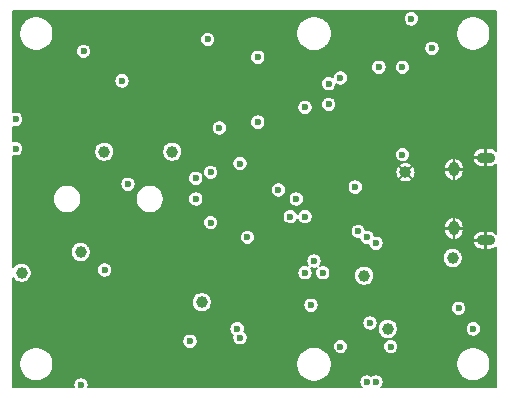
<source format=gbr>
%TF.GenerationSoftware,KiCad,Pcbnew,(5.1.0-0)*%
%TF.CreationDate,2020-07-09T23:17:02+02:00*%
%TF.ProjectId,POxiM-wristcomputer,504f7869-4d2d-4777-9269-7374636f6d70,A*%
%TF.SameCoordinates,Original*%
%TF.FileFunction,Copper,L3,Inr*%
%TF.FilePolarity,Positive*%
%FSLAX46Y46*%
G04 Gerber Fmt 4.6, Leading zero omitted, Abs format (unit mm)*
G04 Created by KiCad (PCBNEW (5.1.0-0)) date 2020-07-09 23:17:02*
%MOMM*%
%LPD*%
G04 APERTURE LIST*
%TA.AperFunction,ViaPad*%
%ADD10O,0.950000X1.250000*%
%TD*%
%TA.AperFunction,ViaPad*%
%ADD11O,1.550000X0.890000*%
%TD*%
%TA.AperFunction,ViaPad*%
%ADD12C,1.000000*%
%TD*%
%TA.AperFunction,ViaPad*%
%ADD13C,0.600000*%
%TD*%
%TA.AperFunction,Conductor*%
%ADD14C,0.200000*%
%TD*%
G04 APERTURE END LIST*
D10*
%TO.N,GND*%
%TO.C,J1*%
X107850000Y-129000000D03*
X107850000Y-134000000D03*
D11*
X110550000Y-128000000D03*
X110550000Y-135000000D03*
%TD*%
D12*
%TO.N,+3V3*%
%TO.C,TP9*%
X86500000Y-140250000D03*
%TD*%
%TO.N,/Signal conditioning/LEDOut.IR*%
%TO.C,TP8*%
X78250000Y-127500000D03*
%TD*%
%TO.N,GNDA*%
%TO.C,TP7*%
X76250000Y-136000000D03*
%TD*%
%TO.N,/Signal conditioning/LEDOut.Red*%
%TO.C,TP6*%
X84000000Y-127500000D03*
%TD*%
%TO.N,/Signal conditioning/PhotoDiode*%
%TO.C,TP5*%
X71250000Y-137750000D03*
%TD*%
%TO.N,GND*%
%TO.C,TP4*%
X103750000Y-129250000D03*
%TD*%
%TO.N,/USB interface/DataTX*%
%TO.C,TP3*%
X102250000Y-142500000D03*
%TD*%
%TO.N,/Microcontroller/SWIM*%
%TO.C,TP2*%
X100250000Y-138000000D03*
%TD*%
%TO.N,/USB interface/5V_input*%
%TO.C,TP1*%
X107750000Y-136500000D03*
%TD*%
D13*
%TO.N,GND*%
X93300000Y-140675000D03*
X90500000Y-133875000D03*
X110750000Y-121500000D03*
X106000000Y-116500000D03*
X94075000Y-140550000D03*
X98250000Y-116000000D03*
X90250000Y-119250000D03*
X90400000Y-125150000D03*
X90000000Y-118500000D03*
X87250000Y-134500000D03*
X85150000Y-131200000D03*
X85125000Y-129825000D03*
X94000000Y-130750000D03*
X93500000Y-132250000D03*
X96050000Y-133300000D03*
X96475000Y-136025000D03*
X94450000Y-138050000D03*
X105000000Y-115750000D03*
X99500000Y-115750000D03*
X101750000Y-115750000D03*
X93250000Y-116000000D03*
X102500000Y-138250000D03*
X102500000Y-140750000D03*
X110200000Y-136250000D03*
X108800000Y-136450000D03*
X108500000Y-137300000D03*
X107200000Y-137400000D03*
X107050000Y-135550000D03*
X108750000Y-139750000D03*
X103250000Y-143000000D03*
X98250000Y-141250000D03*
X100750000Y-143000000D03*
X105500000Y-142750000D03*
X99250000Y-147250000D03*
X106500000Y-141500000D03*
X106500000Y-140250000D03*
X108000000Y-141750000D03*
X110500000Y-142750000D03*
X105800000Y-147200000D03*
X107500000Y-143500000D03*
X99100000Y-121100000D03*
X96500000Y-121250000D03*
X103200000Y-126900000D03*
X98800000Y-131000000D03*
X100500000Y-133750000D03*
X100525000Y-135700000D03*
X102000000Y-135750000D03*
X102250000Y-134750000D03*
X87925000Y-128575000D03*
X88900000Y-128575000D03*
X105225000Y-119125000D03*
X103260000Y-121180000D03*
X101400000Y-119500000D03*
X96425000Y-123750000D03*
X75000000Y-116000000D03*
X70750000Y-123000000D03*
X70750000Y-121500000D03*
X70750000Y-119750000D03*
X87000000Y-115750000D03*
X85000000Y-115750000D03*
X83000000Y-115750000D03*
X81000000Y-115750000D03*
X70750000Y-128250000D03*
X70750000Y-130250000D03*
X70750000Y-133250000D03*
X84750000Y-147250000D03*
X82750000Y-147250000D03*
X80750000Y-147250000D03*
X74750000Y-147250000D03*
X70750000Y-143000000D03*
X86750000Y-147250000D03*
X88750000Y-147250000D03*
X92250000Y-147250000D03*
X97750000Y-147250000D03*
X70750000Y-141000000D03*
X70750000Y-139000000D03*
X85750000Y-141000000D03*
X79250000Y-130000000D03*
X84500000Y-128500000D03*
X78750000Y-147250000D03*
X77150000Y-147250000D03*
X89750000Y-147250000D03*
X84750000Y-142500000D03*
X86250000Y-142500000D03*
X87750000Y-142500000D03*
X72750000Y-147250000D03*
X70750000Y-147250000D03*
X70750000Y-145250000D03*
X107750000Y-147250000D03*
X109500000Y-147250000D03*
X111250000Y-147250000D03*
X111250000Y-145250000D03*
X111250000Y-143250000D03*
X111250000Y-141250000D03*
X111250000Y-139250000D03*
X111250000Y-137250000D03*
X111250000Y-115750000D03*
X111250000Y-117750000D03*
X111250000Y-119750000D03*
X111250000Y-122750000D03*
X109250000Y-115750000D03*
X107250000Y-115750000D03*
X73250000Y-140500000D03*
X75250000Y-142750000D03*
X78250000Y-141750000D03*
X80000000Y-141250000D03*
X81250000Y-145750000D03*
X87250000Y-144500000D03*
X83500000Y-144500000D03*
X75750000Y-134250000D03*
X77300000Y-137500000D03*
X80000000Y-126250000D03*
X77750000Y-126250000D03*
X81000000Y-133750000D03*
X85000000Y-137500000D03*
X88000000Y-136500000D03*
X82750000Y-139750000D03*
X107750000Y-126750000D03*
X80450000Y-122750000D03*
X87000000Y-120500000D03*
X85000000Y-120500000D03*
X70750000Y-117750000D03*
X70750000Y-115750000D03*
X72750000Y-115750000D03*
X82000000Y-118250000D03*
X76250000Y-120000000D03*
X73250000Y-131000000D03*
X73000000Y-124500000D03*
X93175000Y-120750000D03*
X95525000Y-126275000D03*
X100600000Y-121250000D03*
X93925000Y-118100000D03*
X103250000Y-119500000D03*
X79000000Y-119250000D03*
%TO.N,+5V*%
X106000000Y-118750000D03*
X103500000Y-127750000D03*
X109500000Y-142500000D03*
%TO.N,Net-(D21-Pad2)*%
X104250000Y-116250000D03*
%TO.N,/Signal conditioning/LEDOut.Red*%
X80250000Y-130250000D03*
%TO.N,Net-(D10-Pad1)*%
X95250000Y-123750000D03*
%TO.N,Net-(D14-Pad1)*%
X87250000Y-133500000D03*
X86000000Y-131500000D03*
X86000000Y-129750000D03*
X91250000Y-125000000D03*
%TO.N,Net-(D22-Pad1)*%
X91250000Y-119500000D03*
%TO.N,/Microcontroller/SWIM*%
X90375000Y-134750000D03*
X95750000Y-140500000D03*
%TO.N,/USB interface/DataTX*%
X89750000Y-143250000D03*
X100750000Y-142000000D03*
X89500000Y-142500000D03*
%TO.N,/Display/Segment0*%
X89750000Y-128500000D03*
%TO.N,/Display/Segment1*%
X93000000Y-130750000D03*
X103500000Y-120350000D03*
X101500000Y-120350000D03*
%TO.N,/Display/Segment2*%
X87250000Y-129250000D03*
%TO.N,/Display/Segment5*%
X95250000Y-133000000D03*
X96750000Y-137750000D03*
X95250000Y-137750000D03*
%TO.N,/Display/Segment6*%
X96000000Y-136750000D03*
%TO.N,/Display/Common0*%
X97250000Y-121750000D03*
X100500000Y-134750000D03*
%TO.N,/Display/Common1*%
X99750000Y-134250000D03*
X97250000Y-123500000D03*
%TO.N,/Display/Common2*%
X98250000Y-121250000D03*
X101250000Y-135250000D03*
%TO.N,/Display/Segment3*%
X94500000Y-131500000D03*
X99500000Y-130500000D03*
%TO.N,/Display/Segment4*%
X94000000Y-133000000D03*
%TO.N,+3V3*%
X108250000Y-140750000D03*
X98250000Y-144000000D03*
X85500000Y-143550000D03*
%TO.N,GNDA*%
X70750000Y-127250000D03*
X102500000Y-144000000D03*
X88000000Y-125500000D03*
X70750000Y-124750000D03*
X79750000Y-121500000D03*
X87000000Y-118000000D03*
X76500000Y-119000000D03*
%TO.N,GNDREF*%
X101250000Y-147000000D03*
X100500000Y-147000000D03*
X78275000Y-137525000D03*
X76275000Y-147250000D03*
%TD*%
D14*
%TO.N,GND*%
G36*
X111450000Y-127446933D02*
G01*
X111342465Y-127352871D01*
X111207330Y-127275083D01*
X111059616Y-127225153D01*
X110905000Y-127205000D01*
X110575000Y-127205000D01*
X110575000Y-127975000D01*
X110595000Y-127975000D01*
X110595000Y-128025000D01*
X110575000Y-128025000D01*
X110575000Y-128795000D01*
X110905000Y-128795000D01*
X111059616Y-128774847D01*
X111207330Y-128724917D01*
X111342465Y-128647129D01*
X111450000Y-128553067D01*
X111450001Y-134446933D01*
X111342465Y-134352871D01*
X111207330Y-134275083D01*
X111059616Y-134225153D01*
X110905000Y-134205000D01*
X110575000Y-134205000D01*
X110575000Y-134975000D01*
X110595000Y-134975000D01*
X110595000Y-135025000D01*
X110575000Y-135025000D01*
X110575000Y-135795000D01*
X110905000Y-135795000D01*
X111059616Y-135774847D01*
X111207330Y-135724917D01*
X111342465Y-135647129D01*
X111450001Y-135553067D01*
X111450001Y-147450000D01*
X101719239Y-147450000D01*
X101754888Y-147414351D01*
X101826022Y-147307890D01*
X101875021Y-147189598D01*
X101900000Y-147064019D01*
X101900000Y-146935981D01*
X101875021Y-146810402D01*
X101826022Y-146692110D01*
X101754888Y-146585649D01*
X101664351Y-146495112D01*
X101557890Y-146423978D01*
X101439598Y-146374979D01*
X101314019Y-146350000D01*
X101185981Y-146350000D01*
X101060402Y-146374979D01*
X100942110Y-146423978D01*
X100875000Y-146468819D01*
X100807890Y-146423978D01*
X100689598Y-146374979D01*
X100564019Y-146350000D01*
X100435981Y-146350000D01*
X100310402Y-146374979D01*
X100192110Y-146423978D01*
X100085649Y-146495112D01*
X99995112Y-146585649D01*
X99923978Y-146692110D01*
X99874979Y-146810402D01*
X99850000Y-146935981D01*
X99850000Y-147064019D01*
X99874979Y-147189598D01*
X99923978Y-147307890D01*
X99995112Y-147414351D01*
X100030761Y-147450000D01*
X76895712Y-147450000D01*
X76900021Y-147439598D01*
X76925000Y-147314019D01*
X76925000Y-147185981D01*
X76900021Y-147060402D01*
X76851022Y-146942110D01*
X76779888Y-146835649D01*
X76689351Y-146745112D01*
X76582890Y-146673978D01*
X76464598Y-146624979D01*
X76339019Y-146600000D01*
X76210981Y-146600000D01*
X76085402Y-146624979D01*
X75967110Y-146673978D01*
X75860649Y-146745112D01*
X75770112Y-146835649D01*
X75698978Y-146942110D01*
X75649979Y-147060402D01*
X75625000Y-147185981D01*
X75625000Y-147314019D01*
X75649979Y-147439598D01*
X75654288Y-147450000D01*
X70550000Y-147450000D01*
X70550000Y-145357187D01*
X71050000Y-145357187D01*
X71050000Y-145642813D01*
X71105723Y-145922949D01*
X71215027Y-146186833D01*
X71373711Y-146424321D01*
X71575679Y-146626289D01*
X71813167Y-146784973D01*
X72077051Y-146894277D01*
X72357187Y-146950000D01*
X72642813Y-146950000D01*
X72922949Y-146894277D01*
X73186833Y-146784973D01*
X73424321Y-146626289D01*
X73626289Y-146424321D01*
X73784973Y-146186833D01*
X73894277Y-145922949D01*
X73950000Y-145642813D01*
X73950000Y-145357187D01*
X73949021Y-145352263D01*
X94500000Y-145352263D01*
X94500000Y-145647737D01*
X94557644Y-145937534D01*
X94670717Y-146210517D01*
X94834874Y-146456194D01*
X95043806Y-146665126D01*
X95289483Y-146829283D01*
X95562466Y-146942356D01*
X95852263Y-147000000D01*
X96147737Y-147000000D01*
X96437534Y-146942356D01*
X96710517Y-146829283D01*
X96956194Y-146665126D01*
X97165126Y-146456194D01*
X97329283Y-146210517D01*
X97442356Y-145937534D01*
X97500000Y-145647737D01*
X97500000Y-145357187D01*
X108050000Y-145357187D01*
X108050000Y-145642813D01*
X108105723Y-145922949D01*
X108215027Y-146186833D01*
X108373711Y-146424321D01*
X108575679Y-146626289D01*
X108813167Y-146784973D01*
X109077051Y-146894277D01*
X109357187Y-146950000D01*
X109642813Y-146950000D01*
X109922949Y-146894277D01*
X110186833Y-146784973D01*
X110424321Y-146626289D01*
X110626289Y-146424321D01*
X110784973Y-146186833D01*
X110894277Y-145922949D01*
X110950000Y-145642813D01*
X110950000Y-145357187D01*
X110894277Y-145077051D01*
X110784973Y-144813167D01*
X110626289Y-144575679D01*
X110424321Y-144373711D01*
X110186833Y-144215027D01*
X109922949Y-144105723D01*
X109642813Y-144050000D01*
X109357187Y-144050000D01*
X109077051Y-144105723D01*
X108813167Y-144215027D01*
X108575679Y-144373711D01*
X108373711Y-144575679D01*
X108215027Y-144813167D01*
X108105723Y-145077051D01*
X108050000Y-145357187D01*
X97500000Y-145357187D01*
X97500000Y-145352263D01*
X97442356Y-145062466D01*
X97329283Y-144789483D01*
X97165126Y-144543806D01*
X96956194Y-144334874D01*
X96710517Y-144170717D01*
X96437534Y-144057644D01*
X96147737Y-144000000D01*
X95852263Y-144000000D01*
X95562466Y-144057644D01*
X95289483Y-144170717D01*
X95043806Y-144334874D01*
X94834874Y-144543806D01*
X94670717Y-144789483D01*
X94557644Y-145062466D01*
X94500000Y-145352263D01*
X73949021Y-145352263D01*
X73894277Y-145077051D01*
X73784973Y-144813167D01*
X73626289Y-144575679D01*
X73424321Y-144373711D01*
X73186833Y-144215027D01*
X72922949Y-144105723D01*
X72642813Y-144050000D01*
X72357187Y-144050000D01*
X72077051Y-144105723D01*
X71813167Y-144215027D01*
X71575679Y-144373711D01*
X71373711Y-144575679D01*
X71215027Y-144813167D01*
X71105723Y-145077051D01*
X71050000Y-145357187D01*
X70550000Y-145357187D01*
X70550000Y-143485981D01*
X84850000Y-143485981D01*
X84850000Y-143614019D01*
X84874979Y-143739598D01*
X84923978Y-143857890D01*
X84995112Y-143964351D01*
X85085649Y-144054888D01*
X85192110Y-144126022D01*
X85310402Y-144175021D01*
X85435981Y-144200000D01*
X85564019Y-144200000D01*
X85689598Y-144175021D01*
X85807890Y-144126022D01*
X85914351Y-144054888D01*
X86004888Y-143964351D01*
X86023843Y-143935981D01*
X97600000Y-143935981D01*
X97600000Y-144064019D01*
X97624979Y-144189598D01*
X97673978Y-144307890D01*
X97745112Y-144414351D01*
X97835649Y-144504888D01*
X97942110Y-144576022D01*
X98060402Y-144625021D01*
X98185981Y-144650000D01*
X98314019Y-144650000D01*
X98439598Y-144625021D01*
X98557890Y-144576022D01*
X98664351Y-144504888D01*
X98754888Y-144414351D01*
X98826022Y-144307890D01*
X98875021Y-144189598D01*
X98900000Y-144064019D01*
X98900000Y-143935981D01*
X101850000Y-143935981D01*
X101850000Y-144064019D01*
X101874979Y-144189598D01*
X101923978Y-144307890D01*
X101995112Y-144414351D01*
X102085649Y-144504888D01*
X102192110Y-144576022D01*
X102310402Y-144625021D01*
X102435981Y-144650000D01*
X102564019Y-144650000D01*
X102689598Y-144625021D01*
X102807890Y-144576022D01*
X102914351Y-144504888D01*
X103004888Y-144414351D01*
X103076022Y-144307890D01*
X103125021Y-144189598D01*
X103150000Y-144064019D01*
X103150000Y-143935981D01*
X103125021Y-143810402D01*
X103076022Y-143692110D01*
X103004888Y-143585649D01*
X102914351Y-143495112D01*
X102807890Y-143423978D01*
X102689598Y-143374979D01*
X102564019Y-143350000D01*
X102435981Y-143350000D01*
X102310402Y-143374979D01*
X102192110Y-143423978D01*
X102085649Y-143495112D01*
X101995112Y-143585649D01*
X101923978Y-143692110D01*
X101874979Y-143810402D01*
X101850000Y-143935981D01*
X98900000Y-143935981D01*
X98875021Y-143810402D01*
X98826022Y-143692110D01*
X98754888Y-143585649D01*
X98664351Y-143495112D01*
X98557890Y-143423978D01*
X98439598Y-143374979D01*
X98314019Y-143350000D01*
X98185981Y-143350000D01*
X98060402Y-143374979D01*
X97942110Y-143423978D01*
X97835649Y-143495112D01*
X97745112Y-143585649D01*
X97673978Y-143692110D01*
X97624979Y-143810402D01*
X97600000Y-143935981D01*
X86023843Y-143935981D01*
X86076022Y-143857890D01*
X86125021Y-143739598D01*
X86150000Y-143614019D01*
X86150000Y-143485981D01*
X86125021Y-143360402D01*
X86076022Y-143242110D01*
X86004888Y-143135649D01*
X85914351Y-143045112D01*
X85807890Y-142973978D01*
X85689598Y-142924979D01*
X85564019Y-142900000D01*
X85435981Y-142900000D01*
X85310402Y-142924979D01*
X85192110Y-142973978D01*
X85085649Y-143045112D01*
X84995112Y-143135649D01*
X84923978Y-143242110D01*
X84874979Y-143360402D01*
X84850000Y-143485981D01*
X70550000Y-143485981D01*
X70550000Y-142435981D01*
X88850000Y-142435981D01*
X88850000Y-142564019D01*
X88874979Y-142689598D01*
X88923978Y-142807890D01*
X88995112Y-142914351D01*
X89085649Y-143004888D01*
X89134464Y-143037504D01*
X89124979Y-143060402D01*
X89100000Y-143185981D01*
X89100000Y-143314019D01*
X89124979Y-143439598D01*
X89173978Y-143557890D01*
X89245112Y-143664351D01*
X89335649Y-143754888D01*
X89442110Y-143826022D01*
X89560402Y-143875021D01*
X89685981Y-143900000D01*
X89814019Y-143900000D01*
X89939598Y-143875021D01*
X90057890Y-143826022D01*
X90164351Y-143754888D01*
X90254888Y-143664351D01*
X90326022Y-143557890D01*
X90375021Y-143439598D01*
X90400000Y-143314019D01*
X90400000Y-143185981D01*
X90375021Y-143060402D01*
X90326022Y-142942110D01*
X90254888Y-142835649D01*
X90164351Y-142745112D01*
X90115536Y-142712496D01*
X90125021Y-142689598D01*
X90150000Y-142564019D01*
X90150000Y-142435981D01*
X90125021Y-142310402D01*
X90076022Y-142192110D01*
X90004888Y-142085649D01*
X89914351Y-141995112D01*
X89825855Y-141935981D01*
X100100000Y-141935981D01*
X100100000Y-142064019D01*
X100124979Y-142189598D01*
X100173978Y-142307890D01*
X100245112Y-142414351D01*
X100335649Y-142504888D01*
X100442110Y-142576022D01*
X100560402Y-142625021D01*
X100685981Y-142650000D01*
X100814019Y-142650000D01*
X100939598Y-142625021D01*
X101057890Y-142576022D01*
X101164351Y-142504888D01*
X101252957Y-142416282D01*
X101400000Y-142416282D01*
X101400000Y-142583718D01*
X101432665Y-142747936D01*
X101496740Y-142902626D01*
X101589762Y-143041844D01*
X101708156Y-143160238D01*
X101847374Y-143253260D01*
X102002064Y-143317335D01*
X102166282Y-143350000D01*
X102333718Y-143350000D01*
X102497936Y-143317335D01*
X102652626Y-143253260D01*
X102791844Y-143160238D01*
X102910238Y-143041844D01*
X103003260Y-142902626D01*
X103067335Y-142747936D01*
X103100000Y-142583718D01*
X103100000Y-142435981D01*
X108850000Y-142435981D01*
X108850000Y-142564019D01*
X108874979Y-142689598D01*
X108923978Y-142807890D01*
X108995112Y-142914351D01*
X109085649Y-143004888D01*
X109192110Y-143076022D01*
X109310402Y-143125021D01*
X109435981Y-143150000D01*
X109564019Y-143150000D01*
X109689598Y-143125021D01*
X109807890Y-143076022D01*
X109914351Y-143004888D01*
X110004888Y-142914351D01*
X110076022Y-142807890D01*
X110125021Y-142689598D01*
X110150000Y-142564019D01*
X110150000Y-142435981D01*
X110125021Y-142310402D01*
X110076022Y-142192110D01*
X110004888Y-142085649D01*
X109914351Y-141995112D01*
X109807890Y-141923978D01*
X109689598Y-141874979D01*
X109564019Y-141850000D01*
X109435981Y-141850000D01*
X109310402Y-141874979D01*
X109192110Y-141923978D01*
X109085649Y-141995112D01*
X108995112Y-142085649D01*
X108923978Y-142192110D01*
X108874979Y-142310402D01*
X108850000Y-142435981D01*
X103100000Y-142435981D01*
X103100000Y-142416282D01*
X103067335Y-142252064D01*
X103003260Y-142097374D01*
X102910238Y-141958156D01*
X102791844Y-141839762D01*
X102652626Y-141746740D01*
X102497936Y-141682665D01*
X102333718Y-141650000D01*
X102166282Y-141650000D01*
X102002064Y-141682665D01*
X101847374Y-141746740D01*
X101708156Y-141839762D01*
X101589762Y-141958156D01*
X101496740Y-142097374D01*
X101432665Y-142252064D01*
X101400000Y-142416282D01*
X101252957Y-142416282D01*
X101254888Y-142414351D01*
X101326022Y-142307890D01*
X101375021Y-142189598D01*
X101400000Y-142064019D01*
X101400000Y-141935981D01*
X101375021Y-141810402D01*
X101326022Y-141692110D01*
X101254888Y-141585649D01*
X101164351Y-141495112D01*
X101057890Y-141423978D01*
X100939598Y-141374979D01*
X100814019Y-141350000D01*
X100685981Y-141350000D01*
X100560402Y-141374979D01*
X100442110Y-141423978D01*
X100335649Y-141495112D01*
X100245112Y-141585649D01*
X100173978Y-141692110D01*
X100124979Y-141810402D01*
X100100000Y-141935981D01*
X89825855Y-141935981D01*
X89807890Y-141923978D01*
X89689598Y-141874979D01*
X89564019Y-141850000D01*
X89435981Y-141850000D01*
X89310402Y-141874979D01*
X89192110Y-141923978D01*
X89085649Y-141995112D01*
X88995112Y-142085649D01*
X88923978Y-142192110D01*
X88874979Y-142310402D01*
X88850000Y-142435981D01*
X70550000Y-142435981D01*
X70550000Y-140166282D01*
X85650000Y-140166282D01*
X85650000Y-140333718D01*
X85682665Y-140497936D01*
X85746740Y-140652626D01*
X85839762Y-140791844D01*
X85958156Y-140910238D01*
X86097374Y-141003260D01*
X86252064Y-141067335D01*
X86416282Y-141100000D01*
X86583718Y-141100000D01*
X86747936Y-141067335D01*
X86902626Y-141003260D01*
X87041844Y-140910238D01*
X87160238Y-140791844D01*
X87253260Y-140652626D01*
X87317335Y-140497936D01*
X87329658Y-140435981D01*
X95100000Y-140435981D01*
X95100000Y-140564019D01*
X95124979Y-140689598D01*
X95173978Y-140807890D01*
X95245112Y-140914351D01*
X95335649Y-141004888D01*
X95442110Y-141076022D01*
X95560402Y-141125021D01*
X95685981Y-141150000D01*
X95814019Y-141150000D01*
X95939598Y-141125021D01*
X96057890Y-141076022D01*
X96164351Y-141004888D01*
X96254888Y-140914351D01*
X96326022Y-140807890D01*
X96375021Y-140689598D01*
X96375740Y-140685981D01*
X107600000Y-140685981D01*
X107600000Y-140814019D01*
X107624979Y-140939598D01*
X107673978Y-141057890D01*
X107745112Y-141164351D01*
X107835649Y-141254888D01*
X107942110Y-141326022D01*
X108060402Y-141375021D01*
X108185981Y-141400000D01*
X108314019Y-141400000D01*
X108439598Y-141375021D01*
X108557890Y-141326022D01*
X108664351Y-141254888D01*
X108754888Y-141164351D01*
X108826022Y-141057890D01*
X108875021Y-140939598D01*
X108900000Y-140814019D01*
X108900000Y-140685981D01*
X108875021Y-140560402D01*
X108826022Y-140442110D01*
X108754888Y-140335649D01*
X108664351Y-140245112D01*
X108557890Y-140173978D01*
X108439598Y-140124979D01*
X108314019Y-140100000D01*
X108185981Y-140100000D01*
X108060402Y-140124979D01*
X107942110Y-140173978D01*
X107835649Y-140245112D01*
X107745112Y-140335649D01*
X107673978Y-140442110D01*
X107624979Y-140560402D01*
X107600000Y-140685981D01*
X96375740Y-140685981D01*
X96400000Y-140564019D01*
X96400000Y-140435981D01*
X96375021Y-140310402D01*
X96326022Y-140192110D01*
X96254888Y-140085649D01*
X96164351Y-139995112D01*
X96057890Y-139923978D01*
X95939598Y-139874979D01*
X95814019Y-139850000D01*
X95685981Y-139850000D01*
X95560402Y-139874979D01*
X95442110Y-139923978D01*
X95335649Y-139995112D01*
X95245112Y-140085649D01*
X95173978Y-140192110D01*
X95124979Y-140310402D01*
X95100000Y-140435981D01*
X87329658Y-140435981D01*
X87350000Y-140333718D01*
X87350000Y-140166282D01*
X87317335Y-140002064D01*
X87253260Y-139847374D01*
X87160238Y-139708156D01*
X87041844Y-139589762D01*
X86902626Y-139496740D01*
X86747936Y-139432665D01*
X86583718Y-139400000D01*
X86416282Y-139400000D01*
X86252064Y-139432665D01*
X86097374Y-139496740D01*
X85958156Y-139589762D01*
X85839762Y-139708156D01*
X85746740Y-139847374D01*
X85682665Y-140002064D01*
X85650000Y-140166282D01*
X70550000Y-140166282D01*
X70550000Y-138232336D01*
X70589762Y-138291844D01*
X70708156Y-138410238D01*
X70847374Y-138503260D01*
X71002064Y-138567335D01*
X71166282Y-138600000D01*
X71333718Y-138600000D01*
X71497936Y-138567335D01*
X71652626Y-138503260D01*
X71791844Y-138410238D01*
X71910238Y-138291844D01*
X72003260Y-138152626D01*
X72067335Y-137997936D01*
X72100000Y-137833718D01*
X72100000Y-137666282D01*
X72067335Y-137502064D01*
X72050318Y-137460981D01*
X77625000Y-137460981D01*
X77625000Y-137589019D01*
X77649979Y-137714598D01*
X77698978Y-137832890D01*
X77770112Y-137939351D01*
X77860649Y-138029888D01*
X77967110Y-138101022D01*
X78085402Y-138150021D01*
X78210981Y-138175000D01*
X78339019Y-138175000D01*
X78464598Y-138150021D01*
X78582890Y-138101022D01*
X78689351Y-138029888D01*
X78779888Y-137939351D01*
X78851022Y-137832890D01*
X78900021Y-137714598D01*
X78905713Y-137685981D01*
X94600000Y-137685981D01*
X94600000Y-137814019D01*
X94624979Y-137939598D01*
X94673978Y-138057890D01*
X94745112Y-138164351D01*
X94835649Y-138254888D01*
X94942110Y-138326022D01*
X95060402Y-138375021D01*
X95185981Y-138400000D01*
X95314019Y-138400000D01*
X95439598Y-138375021D01*
X95557890Y-138326022D01*
X95664351Y-138254888D01*
X95754888Y-138164351D01*
X95826022Y-138057890D01*
X95875021Y-137939598D01*
X95900000Y-137814019D01*
X95900000Y-137685981D01*
X95875021Y-137560402D01*
X95826022Y-137442110D01*
X95770018Y-137358293D01*
X95810402Y-137375021D01*
X95935981Y-137400000D01*
X96064019Y-137400000D01*
X96189598Y-137375021D01*
X96229982Y-137358293D01*
X96173978Y-137442110D01*
X96124979Y-137560402D01*
X96100000Y-137685981D01*
X96100000Y-137814019D01*
X96124979Y-137939598D01*
X96173978Y-138057890D01*
X96245112Y-138164351D01*
X96335649Y-138254888D01*
X96442110Y-138326022D01*
X96560402Y-138375021D01*
X96685981Y-138400000D01*
X96814019Y-138400000D01*
X96939598Y-138375021D01*
X97057890Y-138326022D01*
X97164351Y-138254888D01*
X97254888Y-138164351D01*
X97326022Y-138057890D01*
X97375021Y-137939598D01*
X97379658Y-137916282D01*
X99400000Y-137916282D01*
X99400000Y-138083718D01*
X99432665Y-138247936D01*
X99496740Y-138402626D01*
X99589762Y-138541844D01*
X99708156Y-138660238D01*
X99847374Y-138753260D01*
X100002064Y-138817335D01*
X100166282Y-138850000D01*
X100333718Y-138850000D01*
X100497936Y-138817335D01*
X100652626Y-138753260D01*
X100791844Y-138660238D01*
X100910238Y-138541844D01*
X101003260Y-138402626D01*
X101067335Y-138247936D01*
X101100000Y-138083718D01*
X101100000Y-137916282D01*
X101067335Y-137752064D01*
X101003260Y-137597374D01*
X100910238Y-137458156D01*
X100791844Y-137339762D01*
X100652626Y-137246740D01*
X100497936Y-137182665D01*
X100333718Y-137150000D01*
X100166282Y-137150000D01*
X100002064Y-137182665D01*
X99847374Y-137246740D01*
X99708156Y-137339762D01*
X99589762Y-137458156D01*
X99496740Y-137597374D01*
X99432665Y-137752064D01*
X99400000Y-137916282D01*
X97379658Y-137916282D01*
X97400000Y-137814019D01*
X97400000Y-137685981D01*
X97375021Y-137560402D01*
X97326022Y-137442110D01*
X97254888Y-137335649D01*
X97164351Y-137245112D01*
X97057890Y-137173978D01*
X96939598Y-137124979D01*
X96814019Y-137100000D01*
X96685981Y-137100000D01*
X96560402Y-137124979D01*
X96520018Y-137141707D01*
X96576022Y-137057890D01*
X96625021Y-136939598D01*
X96650000Y-136814019D01*
X96650000Y-136685981D01*
X96625021Y-136560402D01*
X96576022Y-136442110D01*
X96558765Y-136416282D01*
X106900000Y-136416282D01*
X106900000Y-136583718D01*
X106932665Y-136747936D01*
X106996740Y-136902626D01*
X107089762Y-137041844D01*
X107208156Y-137160238D01*
X107347374Y-137253260D01*
X107502064Y-137317335D01*
X107666282Y-137350000D01*
X107833718Y-137350000D01*
X107997936Y-137317335D01*
X108152626Y-137253260D01*
X108291844Y-137160238D01*
X108410238Y-137041844D01*
X108503260Y-136902626D01*
X108567335Y-136747936D01*
X108600000Y-136583718D01*
X108600000Y-136416282D01*
X108567335Y-136252064D01*
X108503260Y-136097374D01*
X108410238Y-135958156D01*
X108291844Y-135839762D01*
X108152626Y-135746740D01*
X107997936Y-135682665D01*
X107833718Y-135650000D01*
X107666282Y-135650000D01*
X107502064Y-135682665D01*
X107347374Y-135746740D01*
X107208156Y-135839762D01*
X107089762Y-135958156D01*
X106996740Y-136097374D01*
X106932665Y-136252064D01*
X106900000Y-136416282D01*
X96558765Y-136416282D01*
X96504888Y-136335649D01*
X96414351Y-136245112D01*
X96307890Y-136173978D01*
X96189598Y-136124979D01*
X96064019Y-136100000D01*
X95935981Y-136100000D01*
X95810402Y-136124979D01*
X95692110Y-136173978D01*
X95585649Y-136245112D01*
X95495112Y-136335649D01*
X95423978Y-136442110D01*
X95374979Y-136560402D01*
X95350000Y-136685981D01*
X95350000Y-136814019D01*
X95374979Y-136939598D01*
X95423978Y-137057890D01*
X95479982Y-137141707D01*
X95439598Y-137124979D01*
X95314019Y-137100000D01*
X95185981Y-137100000D01*
X95060402Y-137124979D01*
X94942110Y-137173978D01*
X94835649Y-137245112D01*
X94745112Y-137335649D01*
X94673978Y-137442110D01*
X94624979Y-137560402D01*
X94600000Y-137685981D01*
X78905713Y-137685981D01*
X78925000Y-137589019D01*
X78925000Y-137460981D01*
X78900021Y-137335402D01*
X78851022Y-137217110D01*
X78779888Y-137110649D01*
X78689351Y-137020112D01*
X78582890Y-136948978D01*
X78464598Y-136899979D01*
X78339019Y-136875000D01*
X78210981Y-136875000D01*
X78085402Y-136899979D01*
X77967110Y-136948978D01*
X77860649Y-137020112D01*
X77770112Y-137110649D01*
X77698978Y-137217110D01*
X77649979Y-137335402D01*
X77625000Y-137460981D01*
X72050318Y-137460981D01*
X72003260Y-137347374D01*
X71910238Y-137208156D01*
X71791844Y-137089762D01*
X71652626Y-136996740D01*
X71497936Y-136932665D01*
X71333718Y-136900000D01*
X71166282Y-136900000D01*
X71002064Y-136932665D01*
X70847374Y-136996740D01*
X70708156Y-137089762D01*
X70589762Y-137208156D01*
X70550000Y-137267664D01*
X70550000Y-135916282D01*
X75400000Y-135916282D01*
X75400000Y-136083718D01*
X75432665Y-136247936D01*
X75496740Y-136402626D01*
X75589762Y-136541844D01*
X75708156Y-136660238D01*
X75847374Y-136753260D01*
X76002064Y-136817335D01*
X76166282Y-136850000D01*
X76333718Y-136850000D01*
X76497936Y-136817335D01*
X76652626Y-136753260D01*
X76791844Y-136660238D01*
X76910238Y-136541844D01*
X77003260Y-136402626D01*
X77067335Y-136247936D01*
X77100000Y-136083718D01*
X77100000Y-135916282D01*
X77067335Y-135752064D01*
X77003260Y-135597374D01*
X76910238Y-135458156D01*
X76791844Y-135339762D01*
X76652626Y-135246740D01*
X76497936Y-135182665D01*
X76333718Y-135150000D01*
X76166282Y-135150000D01*
X76002064Y-135182665D01*
X75847374Y-135246740D01*
X75708156Y-135339762D01*
X75589762Y-135458156D01*
X75496740Y-135597374D01*
X75432665Y-135752064D01*
X75400000Y-135916282D01*
X70550000Y-135916282D01*
X70550000Y-134685981D01*
X89725000Y-134685981D01*
X89725000Y-134814019D01*
X89749979Y-134939598D01*
X89798978Y-135057890D01*
X89870112Y-135164351D01*
X89960649Y-135254888D01*
X90067110Y-135326022D01*
X90185402Y-135375021D01*
X90310981Y-135400000D01*
X90439019Y-135400000D01*
X90564598Y-135375021D01*
X90682890Y-135326022D01*
X90789351Y-135254888D01*
X90879888Y-135164351D01*
X90951022Y-135057890D01*
X91000021Y-134939598D01*
X91025000Y-134814019D01*
X91025000Y-134685981D01*
X91000021Y-134560402D01*
X90951022Y-134442110D01*
X90879888Y-134335649D01*
X90789351Y-134245112D01*
X90700855Y-134185981D01*
X99100000Y-134185981D01*
X99100000Y-134314019D01*
X99124979Y-134439598D01*
X99173978Y-134557890D01*
X99245112Y-134664351D01*
X99335649Y-134754888D01*
X99442110Y-134826022D01*
X99560402Y-134875021D01*
X99685981Y-134900000D01*
X99814019Y-134900000D01*
X99865082Y-134889843D01*
X99874979Y-134939598D01*
X99923978Y-135057890D01*
X99995112Y-135164351D01*
X100085649Y-135254888D01*
X100192110Y-135326022D01*
X100310402Y-135375021D01*
X100435981Y-135400000D01*
X100564019Y-135400000D01*
X100615082Y-135389843D01*
X100624979Y-135439598D01*
X100673978Y-135557890D01*
X100745112Y-135664351D01*
X100835649Y-135754888D01*
X100942110Y-135826022D01*
X101060402Y-135875021D01*
X101185981Y-135900000D01*
X101314019Y-135900000D01*
X101439598Y-135875021D01*
X101557890Y-135826022D01*
X101664351Y-135754888D01*
X101754888Y-135664351D01*
X101826022Y-135557890D01*
X101875021Y-135439598D01*
X101900000Y-135314019D01*
X101900000Y-135185981D01*
X101892644Y-135148996D01*
X109439087Y-135148996D01*
X109475949Y-135281136D01*
X109545093Y-135420891D01*
X109640173Y-135544472D01*
X109757535Y-135647129D01*
X109892670Y-135724917D01*
X110040384Y-135774847D01*
X110195000Y-135795000D01*
X110525000Y-135795000D01*
X110525000Y-135025000D01*
X109512942Y-135025000D01*
X109439087Y-135148996D01*
X101892644Y-135148996D01*
X101875021Y-135060402D01*
X101826022Y-134942110D01*
X101754888Y-134835649D01*
X101664351Y-134745112D01*
X101557890Y-134673978D01*
X101439598Y-134624979D01*
X101314019Y-134600000D01*
X101185981Y-134600000D01*
X101134918Y-134610157D01*
X101125021Y-134560402D01*
X101076022Y-134442110D01*
X101004888Y-134335649D01*
X100914351Y-134245112D01*
X100807890Y-134173978D01*
X100689598Y-134124979D01*
X100564019Y-134100000D01*
X100435981Y-134100000D01*
X100384918Y-134110157D01*
X100375021Y-134060402D01*
X100360357Y-134025000D01*
X107025000Y-134025000D01*
X107025000Y-134175000D01*
X107045729Y-134335469D01*
X107097366Y-134488811D01*
X107177926Y-134629132D01*
X107284314Y-134751041D01*
X107412441Y-134849852D01*
X107557383Y-134921768D01*
X107696309Y-134960558D01*
X107825000Y-134887076D01*
X107825000Y-134025000D01*
X107875000Y-134025000D01*
X107875000Y-134887076D01*
X108003691Y-134960558D01*
X108142617Y-134921768D01*
X108285237Y-134851004D01*
X109439087Y-134851004D01*
X109512942Y-134975000D01*
X110525000Y-134975000D01*
X110525000Y-134205000D01*
X110195000Y-134205000D01*
X110040384Y-134225153D01*
X109892670Y-134275083D01*
X109757535Y-134352871D01*
X109640173Y-134455528D01*
X109545093Y-134579109D01*
X109475949Y-134718864D01*
X109439087Y-134851004D01*
X108285237Y-134851004D01*
X108287559Y-134849852D01*
X108415686Y-134751041D01*
X108522074Y-134629132D01*
X108602634Y-134488811D01*
X108654271Y-134335469D01*
X108675000Y-134175000D01*
X108675000Y-134025000D01*
X107875000Y-134025000D01*
X107825000Y-134025000D01*
X107025000Y-134025000D01*
X100360357Y-134025000D01*
X100326022Y-133942110D01*
X100254888Y-133835649D01*
X100244239Y-133825000D01*
X107025000Y-133825000D01*
X107025000Y-133975000D01*
X107825000Y-133975000D01*
X107825000Y-133112924D01*
X107875000Y-133112924D01*
X107875000Y-133975000D01*
X108675000Y-133975000D01*
X108675000Y-133825000D01*
X108654271Y-133664531D01*
X108602634Y-133511189D01*
X108522074Y-133370868D01*
X108415686Y-133248959D01*
X108287559Y-133150148D01*
X108142617Y-133078232D01*
X108003691Y-133039442D01*
X107875000Y-133112924D01*
X107825000Y-133112924D01*
X107696309Y-133039442D01*
X107557383Y-133078232D01*
X107412441Y-133150148D01*
X107284314Y-133248959D01*
X107177926Y-133370868D01*
X107097366Y-133511189D01*
X107045729Y-133664531D01*
X107025000Y-133825000D01*
X100244239Y-133825000D01*
X100164351Y-133745112D01*
X100057890Y-133673978D01*
X99939598Y-133624979D01*
X99814019Y-133600000D01*
X99685981Y-133600000D01*
X99560402Y-133624979D01*
X99442110Y-133673978D01*
X99335649Y-133745112D01*
X99245112Y-133835649D01*
X99173978Y-133942110D01*
X99124979Y-134060402D01*
X99100000Y-134185981D01*
X90700855Y-134185981D01*
X90682890Y-134173978D01*
X90564598Y-134124979D01*
X90439019Y-134100000D01*
X90310981Y-134100000D01*
X90185402Y-134124979D01*
X90067110Y-134173978D01*
X89960649Y-134245112D01*
X89870112Y-134335649D01*
X89798978Y-134442110D01*
X89749979Y-134560402D01*
X89725000Y-134685981D01*
X70550000Y-134685981D01*
X70550000Y-133435981D01*
X86600000Y-133435981D01*
X86600000Y-133564019D01*
X86624979Y-133689598D01*
X86673978Y-133807890D01*
X86745112Y-133914351D01*
X86835649Y-134004888D01*
X86942110Y-134076022D01*
X87060402Y-134125021D01*
X87185981Y-134150000D01*
X87314019Y-134150000D01*
X87439598Y-134125021D01*
X87557890Y-134076022D01*
X87664351Y-134004888D01*
X87754888Y-133914351D01*
X87826022Y-133807890D01*
X87875021Y-133689598D01*
X87900000Y-133564019D01*
X87900000Y-133435981D01*
X87875021Y-133310402D01*
X87826022Y-133192110D01*
X87754888Y-133085649D01*
X87664351Y-132995112D01*
X87575855Y-132935981D01*
X93350000Y-132935981D01*
X93350000Y-133064019D01*
X93374979Y-133189598D01*
X93423978Y-133307890D01*
X93495112Y-133414351D01*
X93585649Y-133504888D01*
X93692110Y-133576022D01*
X93810402Y-133625021D01*
X93935981Y-133650000D01*
X94064019Y-133650000D01*
X94189598Y-133625021D01*
X94307890Y-133576022D01*
X94414351Y-133504888D01*
X94504888Y-133414351D01*
X94576022Y-133307890D01*
X94625000Y-133189649D01*
X94673978Y-133307890D01*
X94745112Y-133414351D01*
X94835649Y-133504888D01*
X94942110Y-133576022D01*
X95060402Y-133625021D01*
X95185981Y-133650000D01*
X95314019Y-133650000D01*
X95439598Y-133625021D01*
X95557890Y-133576022D01*
X95664351Y-133504888D01*
X95754888Y-133414351D01*
X95826022Y-133307890D01*
X95875021Y-133189598D01*
X95900000Y-133064019D01*
X95900000Y-132935981D01*
X95875021Y-132810402D01*
X95826022Y-132692110D01*
X95754888Y-132585649D01*
X95664351Y-132495112D01*
X95557890Y-132423978D01*
X95439598Y-132374979D01*
X95314019Y-132350000D01*
X95185981Y-132350000D01*
X95060402Y-132374979D01*
X94942110Y-132423978D01*
X94835649Y-132495112D01*
X94745112Y-132585649D01*
X94673978Y-132692110D01*
X94625000Y-132810351D01*
X94576022Y-132692110D01*
X94504888Y-132585649D01*
X94414351Y-132495112D01*
X94307890Y-132423978D01*
X94189598Y-132374979D01*
X94064019Y-132350000D01*
X93935981Y-132350000D01*
X93810402Y-132374979D01*
X93692110Y-132423978D01*
X93585649Y-132495112D01*
X93495112Y-132585649D01*
X93423978Y-132692110D01*
X93374979Y-132810402D01*
X93350000Y-132935981D01*
X87575855Y-132935981D01*
X87557890Y-132923978D01*
X87439598Y-132874979D01*
X87314019Y-132850000D01*
X87185981Y-132850000D01*
X87060402Y-132874979D01*
X86942110Y-132923978D01*
X86835649Y-132995112D01*
X86745112Y-133085649D01*
X86673978Y-133192110D01*
X86624979Y-133310402D01*
X86600000Y-133435981D01*
X70550000Y-133435981D01*
X70550000Y-131381810D01*
X73900000Y-131381810D01*
X73900000Y-131618190D01*
X73946116Y-131850027D01*
X74036574Y-132068413D01*
X74167899Y-132264955D01*
X74335045Y-132432101D01*
X74531587Y-132563426D01*
X74749973Y-132653884D01*
X74981810Y-132700000D01*
X75218190Y-132700000D01*
X75450027Y-132653884D01*
X75668413Y-132563426D01*
X75864955Y-132432101D01*
X76032101Y-132264955D01*
X76163426Y-132068413D01*
X76253884Y-131850027D01*
X76300000Y-131618190D01*
X76300000Y-131381810D01*
X80900000Y-131381810D01*
X80900000Y-131618190D01*
X80946116Y-131850027D01*
X81036574Y-132068413D01*
X81167899Y-132264955D01*
X81335045Y-132432101D01*
X81531587Y-132563426D01*
X81749973Y-132653884D01*
X81981810Y-132700000D01*
X82218190Y-132700000D01*
X82450027Y-132653884D01*
X82668413Y-132563426D01*
X82864955Y-132432101D01*
X83032101Y-132264955D01*
X83163426Y-132068413D01*
X83253884Y-131850027D01*
X83300000Y-131618190D01*
X83300000Y-131435981D01*
X85350000Y-131435981D01*
X85350000Y-131564019D01*
X85374979Y-131689598D01*
X85423978Y-131807890D01*
X85495112Y-131914351D01*
X85585649Y-132004888D01*
X85692110Y-132076022D01*
X85810402Y-132125021D01*
X85935981Y-132150000D01*
X86064019Y-132150000D01*
X86189598Y-132125021D01*
X86307890Y-132076022D01*
X86414351Y-132004888D01*
X86504888Y-131914351D01*
X86576022Y-131807890D01*
X86625021Y-131689598D01*
X86650000Y-131564019D01*
X86650000Y-131435981D01*
X93850000Y-131435981D01*
X93850000Y-131564019D01*
X93874979Y-131689598D01*
X93923978Y-131807890D01*
X93995112Y-131914351D01*
X94085649Y-132004888D01*
X94192110Y-132076022D01*
X94310402Y-132125021D01*
X94435981Y-132150000D01*
X94564019Y-132150000D01*
X94689598Y-132125021D01*
X94807890Y-132076022D01*
X94914351Y-132004888D01*
X95004888Y-131914351D01*
X95076022Y-131807890D01*
X95125021Y-131689598D01*
X95150000Y-131564019D01*
X95150000Y-131435981D01*
X95125021Y-131310402D01*
X95076022Y-131192110D01*
X95004888Y-131085649D01*
X94914351Y-130995112D01*
X94807890Y-130923978D01*
X94689598Y-130874979D01*
X94564019Y-130850000D01*
X94435981Y-130850000D01*
X94310402Y-130874979D01*
X94192110Y-130923978D01*
X94085649Y-130995112D01*
X93995112Y-131085649D01*
X93923978Y-131192110D01*
X93874979Y-131310402D01*
X93850000Y-131435981D01*
X86650000Y-131435981D01*
X86625021Y-131310402D01*
X86576022Y-131192110D01*
X86504888Y-131085649D01*
X86414351Y-130995112D01*
X86307890Y-130923978D01*
X86189598Y-130874979D01*
X86064019Y-130850000D01*
X85935981Y-130850000D01*
X85810402Y-130874979D01*
X85692110Y-130923978D01*
X85585649Y-130995112D01*
X85495112Y-131085649D01*
X85423978Y-131192110D01*
X85374979Y-131310402D01*
X85350000Y-131435981D01*
X83300000Y-131435981D01*
X83300000Y-131381810D01*
X83253884Y-131149973D01*
X83163426Y-130931587D01*
X83032101Y-130735045D01*
X82983037Y-130685981D01*
X92350000Y-130685981D01*
X92350000Y-130814019D01*
X92374979Y-130939598D01*
X92423978Y-131057890D01*
X92495112Y-131164351D01*
X92585649Y-131254888D01*
X92692110Y-131326022D01*
X92810402Y-131375021D01*
X92935981Y-131400000D01*
X93064019Y-131400000D01*
X93189598Y-131375021D01*
X93307890Y-131326022D01*
X93414351Y-131254888D01*
X93504888Y-131164351D01*
X93576022Y-131057890D01*
X93625021Y-130939598D01*
X93650000Y-130814019D01*
X93650000Y-130685981D01*
X93625021Y-130560402D01*
X93576022Y-130442110D01*
X93571927Y-130435981D01*
X98850000Y-130435981D01*
X98850000Y-130564019D01*
X98874979Y-130689598D01*
X98923978Y-130807890D01*
X98995112Y-130914351D01*
X99085649Y-131004888D01*
X99192110Y-131076022D01*
X99310402Y-131125021D01*
X99435981Y-131150000D01*
X99564019Y-131150000D01*
X99689598Y-131125021D01*
X99807890Y-131076022D01*
X99914351Y-131004888D01*
X100004888Y-130914351D01*
X100076022Y-130807890D01*
X100125021Y-130689598D01*
X100150000Y-130564019D01*
X100150000Y-130435981D01*
X100125021Y-130310402D01*
X100076022Y-130192110D01*
X100004888Y-130085649D01*
X99914351Y-129995112D01*
X99807890Y-129923978D01*
X99689598Y-129874979D01*
X99564019Y-129850000D01*
X99435981Y-129850000D01*
X99310402Y-129874979D01*
X99192110Y-129923978D01*
X99085649Y-129995112D01*
X98995112Y-130085649D01*
X98923978Y-130192110D01*
X98874979Y-130310402D01*
X98850000Y-130435981D01*
X93571927Y-130435981D01*
X93504888Y-130335649D01*
X93414351Y-130245112D01*
X93307890Y-130173978D01*
X93189598Y-130124979D01*
X93064019Y-130100000D01*
X92935981Y-130100000D01*
X92810402Y-130124979D01*
X92692110Y-130173978D01*
X92585649Y-130245112D01*
X92495112Y-130335649D01*
X92423978Y-130442110D01*
X92374979Y-130560402D01*
X92350000Y-130685981D01*
X82983037Y-130685981D01*
X82864955Y-130567899D01*
X82668413Y-130436574D01*
X82450027Y-130346116D01*
X82218190Y-130300000D01*
X81981810Y-130300000D01*
X81749973Y-130346116D01*
X81531587Y-130436574D01*
X81335045Y-130567899D01*
X81167899Y-130735045D01*
X81036574Y-130931587D01*
X80946116Y-131149973D01*
X80900000Y-131381810D01*
X76300000Y-131381810D01*
X76253884Y-131149973D01*
X76163426Y-130931587D01*
X76032101Y-130735045D01*
X75864955Y-130567899D01*
X75668413Y-130436574D01*
X75450027Y-130346116D01*
X75218190Y-130300000D01*
X74981810Y-130300000D01*
X74749973Y-130346116D01*
X74531587Y-130436574D01*
X74335045Y-130567899D01*
X74167899Y-130735045D01*
X74036574Y-130931587D01*
X73946116Y-131149973D01*
X73900000Y-131381810D01*
X70550000Y-131381810D01*
X70550000Y-130185981D01*
X79600000Y-130185981D01*
X79600000Y-130314019D01*
X79624979Y-130439598D01*
X79673978Y-130557890D01*
X79745112Y-130664351D01*
X79835649Y-130754888D01*
X79942110Y-130826022D01*
X80060402Y-130875021D01*
X80185981Y-130900000D01*
X80314019Y-130900000D01*
X80439598Y-130875021D01*
X80557890Y-130826022D01*
X80664351Y-130754888D01*
X80754888Y-130664351D01*
X80826022Y-130557890D01*
X80875021Y-130439598D01*
X80900000Y-130314019D01*
X80900000Y-130185981D01*
X80875021Y-130060402D01*
X80826022Y-129942110D01*
X80754888Y-129835649D01*
X80664351Y-129745112D01*
X80575855Y-129685981D01*
X85350000Y-129685981D01*
X85350000Y-129814019D01*
X85374979Y-129939598D01*
X85423978Y-130057890D01*
X85495112Y-130164351D01*
X85585649Y-130254888D01*
X85692110Y-130326022D01*
X85810402Y-130375021D01*
X85935981Y-130400000D01*
X86064019Y-130400000D01*
X86189598Y-130375021D01*
X86307890Y-130326022D01*
X86414351Y-130254888D01*
X86504888Y-130164351D01*
X86576022Y-130057890D01*
X86625021Y-129939598D01*
X86650000Y-129814019D01*
X86650000Y-129685981D01*
X86625021Y-129560402D01*
X86576022Y-129442110D01*
X86504888Y-129335649D01*
X86414351Y-129245112D01*
X86325855Y-129185981D01*
X86600000Y-129185981D01*
X86600000Y-129314019D01*
X86624979Y-129439598D01*
X86673978Y-129557890D01*
X86745112Y-129664351D01*
X86835649Y-129754888D01*
X86942110Y-129826022D01*
X87060402Y-129875021D01*
X87185981Y-129900000D01*
X87314019Y-129900000D01*
X87439598Y-129875021D01*
X87557890Y-129826022D01*
X87582668Y-129809466D01*
X103225889Y-129809466D01*
X103268406Y-129955391D01*
X103415274Y-130035791D01*
X103575006Y-130085993D01*
X103741462Y-130104069D01*
X103908247Y-130089324D01*
X104068950Y-130042324D01*
X104217395Y-129964876D01*
X104231594Y-129955391D01*
X104274111Y-129809466D01*
X103750000Y-129285355D01*
X103225889Y-129809466D01*
X87582668Y-129809466D01*
X87664351Y-129754888D01*
X87754888Y-129664351D01*
X87826022Y-129557890D01*
X87875021Y-129439598D01*
X87900000Y-129314019D01*
X87900000Y-129241462D01*
X102895931Y-129241462D01*
X102910676Y-129408247D01*
X102957676Y-129568950D01*
X103035124Y-129717395D01*
X103044609Y-129731594D01*
X103190534Y-129774111D01*
X103714645Y-129250000D01*
X103785355Y-129250000D01*
X104309466Y-129774111D01*
X104455391Y-129731594D01*
X104535791Y-129584726D01*
X104585993Y-129424994D01*
X104604069Y-129258538D01*
X104589324Y-129091753D01*
X104569802Y-129025000D01*
X107025000Y-129025000D01*
X107025000Y-129175000D01*
X107045729Y-129335469D01*
X107097366Y-129488811D01*
X107177926Y-129629132D01*
X107284314Y-129751041D01*
X107412441Y-129849852D01*
X107557383Y-129921768D01*
X107696309Y-129960558D01*
X107825000Y-129887076D01*
X107825000Y-129025000D01*
X107875000Y-129025000D01*
X107875000Y-129887076D01*
X108003691Y-129960558D01*
X108142617Y-129921768D01*
X108287559Y-129849852D01*
X108415686Y-129751041D01*
X108522074Y-129629132D01*
X108602634Y-129488811D01*
X108654271Y-129335469D01*
X108675000Y-129175000D01*
X108675000Y-129025000D01*
X107875000Y-129025000D01*
X107825000Y-129025000D01*
X107025000Y-129025000D01*
X104569802Y-129025000D01*
X104542324Y-128931050D01*
X104486995Y-128825000D01*
X107025000Y-128825000D01*
X107025000Y-128975000D01*
X107825000Y-128975000D01*
X107825000Y-128112924D01*
X107875000Y-128112924D01*
X107875000Y-128975000D01*
X108675000Y-128975000D01*
X108675000Y-128825000D01*
X108654271Y-128664531D01*
X108602634Y-128511189D01*
X108522074Y-128370868D01*
X108415686Y-128248959D01*
X108287559Y-128150148D01*
X108285238Y-128148996D01*
X109439087Y-128148996D01*
X109475949Y-128281136D01*
X109545093Y-128420891D01*
X109640173Y-128544472D01*
X109757535Y-128647129D01*
X109892670Y-128724917D01*
X110040384Y-128774847D01*
X110195000Y-128795000D01*
X110525000Y-128795000D01*
X110525000Y-128025000D01*
X109512942Y-128025000D01*
X109439087Y-128148996D01*
X108285238Y-128148996D01*
X108142617Y-128078232D01*
X108003691Y-128039442D01*
X107875000Y-128112924D01*
X107825000Y-128112924D01*
X107696309Y-128039442D01*
X107557383Y-128078232D01*
X107412441Y-128150148D01*
X107284314Y-128248959D01*
X107177926Y-128370868D01*
X107097366Y-128511189D01*
X107045729Y-128664531D01*
X107025000Y-128825000D01*
X104486995Y-128825000D01*
X104464876Y-128782605D01*
X104455391Y-128768406D01*
X104309466Y-128725889D01*
X103785355Y-129250000D01*
X103714645Y-129250000D01*
X103190534Y-128725889D01*
X103044609Y-128768406D01*
X102964209Y-128915274D01*
X102914007Y-129075006D01*
X102895931Y-129241462D01*
X87900000Y-129241462D01*
X87900000Y-129185981D01*
X87875021Y-129060402D01*
X87826022Y-128942110D01*
X87754888Y-128835649D01*
X87664351Y-128745112D01*
X87557890Y-128673978D01*
X87439598Y-128624979D01*
X87314019Y-128600000D01*
X87185981Y-128600000D01*
X87060402Y-128624979D01*
X86942110Y-128673978D01*
X86835649Y-128745112D01*
X86745112Y-128835649D01*
X86673978Y-128942110D01*
X86624979Y-129060402D01*
X86600000Y-129185981D01*
X86325855Y-129185981D01*
X86307890Y-129173978D01*
X86189598Y-129124979D01*
X86064019Y-129100000D01*
X85935981Y-129100000D01*
X85810402Y-129124979D01*
X85692110Y-129173978D01*
X85585649Y-129245112D01*
X85495112Y-129335649D01*
X85423978Y-129442110D01*
X85374979Y-129560402D01*
X85350000Y-129685981D01*
X80575855Y-129685981D01*
X80557890Y-129673978D01*
X80439598Y-129624979D01*
X80314019Y-129600000D01*
X80185981Y-129600000D01*
X80060402Y-129624979D01*
X79942110Y-129673978D01*
X79835649Y-129745112D01*
X79745112Y-129835649D01*
X79673978Y-129942110D01*
X79624979Y-130060402D01*
X79600000Y-130185981D01*
X70550000Y-130185981D01*
X70550000Y-128435981D01*
X89100000Y-128435981D01*
X89100000Y-128564019D01*
X89124979Y-128689598D01*
X89173978Y-128807890D01*
X89245112Y-128914351D01*
X89335649Y-129004888D01*
X89442110Y-129076022D01*
X89560402Y-129125021D01*
X89685981Y-129150000D01*
X89814019Y-129150000D01*
X89939598Y-129125021D01*
X90057890Y-129076022D01*
X90164351Y-129004888D01*
X90254888Y-128914351D01*
X90326022Y-128807890D01*
X90374633Y-128690534D01*
X103225889Y-128690534D01*
X103750000Y-129214645D01*
X104274111Y-128690534D01*
X104231594Y-128544609D01*
X104084726Y-128464209D01*
X103924994Y-128414007D01*
X103758538Y-128395931D01*
X103591753Y-128410676D01*
X103431050Y-128457676D01*
X103282605Y-128535124D01*
X103268406Y-128544609D01*
X103225889Y-128690534D01*
X90374633Y-128690534D01*
X90375021Y-128689598D01*
X90400000Y-128564019D01*
X90400000Y-128435981D01*
X90375021Y-128310402D01*
X90326022Y-128192110D01*
X90254888Y-128085649D01*
X90164351Y-127995112D01*
X90057890Y-127923978D01*
X89939598Y-127874979D01*
X89814019Y-127850000D01*
X89685981Y-127850000D01*
X89560402Y-127874979D01*
X89442110Y-127923978D01*
X89335649Y-127995112D01*
X89245112Y-128085649D01*
X89173978Y-128192110D01*
X89124979Y-128310402D01*
X89100000Y-128435981D01*
X70550000Y-128435981D01*
X70550000Y-127870712D01*
X70560402Y-127875021D01*
X70685981Y-127900000D01*
X70814019Y-127900000D01*
X70939598Y-127875021D01*
X71057890Y-127826022D01*
X71164351Y-127754888D01*
X71254888Y-127664351D01*
X71326022Y-127557890D01*
X71375021Y-127439598D01*
X71379658Y-127416282D01*
X77400000Y-127416282D01*
X77400000Y-127583718D01*
X77432665Y-127747936D01*
X77496740Y-127902626D01*
X77589762Y-128041844D01*
X77708156Y-128160238D01*
X77847374Y-128253260D01*
X78002064Y-128317335D01*
X78166282Y-128350000D01*
X78333718Y-128350000D01*
X78497936Y-128317335D01*
X78652626Y-128253260D01*
X78791844Y-128160238D01*
X78910238Y-128041844D01*
X79003260Y-127902626D01*
X79067335Y-127747936D01*
X79100000Y-127583718D01*
X79100000Y-127416282D01*
X83150000Y-127416282D01*
X83150000Y-127583718D01*
X83182665Y-127747936D01*
X83246740Y-127902626D01*
X83339762Y-128041844D01*
X83458156Y-128160238D01*
X83597374Y-128253260D01*
X83752064Y-128317335D01*
X83916282Y-128350000D01*
X84083718Y-128350000D01*
X84247936Y-128317335D01*
X84402626Y-128253260D01*
X84541844Y-128160238D01*
X84660238Y-128041844D01*
X84753260Y-127902626D01*
X84817335Y-127747936D01*
X84829658Y-127685981D01*
X102850000Y-127685981D01*
X102850000Y-127814019D01*
X102874979Y-127939598D01*
X102923978Y-128057890D01*
X102995112Y-128164351D01*
X103085649Y-128254888D01*
X103192110Y-128326022D01*
X103310402Y-128375021D01*
X103435981Y-128400000D01*
X103564019Y-128400000D01*
X103689598Y-128375021D01*
X103807890Y-128326022D01*
X103914351Y-128254888D01*
X104004888Y-128164351D01*
X104076022Y-128057890D01*
X104125021Y-127939598D01*
X104142643Y-127851004D01*
X109439087Y-127851004D01*
X109512942Y-127975000D01*
X110525000Y-127975000D01*
X110525000Y-127205000D01*
X110195000Y-127205000D01*
X110040384Y-127225153D01*
X109892670Y-127275083D01*
X109757535Y-127352871D01*
X109640173Y-127455528D01*
X109545093Y-127579109D01*
X109475949Y-127718864D01*
X109439087Y-127851004D01*
X104142643Y-127851004D01*
X104150000Y-127814019D01*
X104150000Y-127685981D01*
X104125021Y-127560402D01*
X104076022Y-127442110D01*
X104004888Y-127335649D01*
X103914351Y-127245112D01*
X103807890Y-127173978D01*
X103689598Y-127124979D01*
X103564019Y-127100000D01*
X103435981Y-127100000D01*
X103310402Y-127124979D01*
X103192110Y-127173978D01*
X103085649Y-127245112D01*
X102995112Y-127335649D01*
X102923978Y-127442110D01*
X102874979Y-127560402D01*
X102850000Y-127685981D01*
X84829658Y-127685981D01*
X84850000Y-127583718D01*
X84850000Y-127416282D01*
X84817335Y-127252064D01*
X84753260Y-127097374D01*
X84660238Y-126958156D01*
X84541844Y-126839762D01*
X84402626Y-126746740D01*
X84247936Y-126682665D01*
X84083718Y-126650000D01*
X83916282Y-126650000D01*
X83752064Y-126682665D01*
X83597374Y-126746740D01*
X83458156Y-126839762D01*
X83339762Y-126958156D01*
X83246740Y-127097374D01*
X83182665Y-127252064D01*
X83150000Y-127416282D01*
X79100000Y-127416282D01*
X79067335Y-127252064D01*
X79003260Y-127097374D01*
X78910238Y-126958156D01*
X78791844Y-126839762D01*
X78652626Y-126746740D01*
X78497936Y-126682665D01*
X78333718Y-126650000D01*
X78166282Y-126650000D01*
X78002064Y-126682665D01*
X77847374Y-126746740D01*
X77708156Y-126839762D01*
X77589762Y-126958156D01*
X77496740Y-127097374D01*
X77432665Y-127252064D01*
X77400000Y-127416282D01*
X71379658Y-127416282D01*
X71400000Y-127314019D01*
X71400000Y-127185981D01*
X71375021Y-127060402D01*
X71326022Y-126942110D01*
X71254888Y-126835649D01*
X71164351Y-126745112D01*
X71057890Y-126673978D01*
X70939598Y-126624979D01*
X70814019Y-126600000D01*
X70685981Y-126600000D01*
X70560402Y-126624979D01*
X70550000Y-126629288D01*
X70550000Y-125435981D01*
X87350000Y-125435981D01*
X87350000Y-125564019D01*
X87374979Y-125689598D01*
X87423978Y-125807890D01*
X87495112Y-125914351D01*
X87585649Y-126004888D01*
X87692110Y-126076022D01*
X87810402Y-126125021D01*
X87935981Y-126150000D01*
X88064019Y-126150000D01*
X88189598Y-126125021D01*
X88307890Y-126076022D01*
X88414351Y-126004888D01*
X88504888Y-125914351D01*
X88576022Y-125807890D01*
X88625021Y-125689598D01*
X88650000Y-125564019D01*
X88650000Y-125435981D01*
X88625021Y-125310402D01*
X88576022Y-125192110D01*
X88504888Y-125085649D01*
X88414351Y-124995112D01*
X88325855Y-124935981D01*
X90600000Y-124935981D01*
X90600000Y-125064019D01*
X90624979Y-125189598D01*
X90673978Y-125307890D01*
X90745112Y-125414351D01*
X90835649Y-125504888D01*
X90942110Y-125576022D01*
X91060402Y-125625021D01*
X91185981Y-125650000D01*
X91314019Y-125650000D01*
X91439598Y-125625021D01*
X91557890Y-125576022D01*
X91664351Y-125504888D01*
X91754888Y-125414351D01*
X91826022Y-125307890D01*
X91875021Y-125189598D01*
X91900000Y-125064019D01*
X91900000Y-124935981D01*
X91875021Y-124810402D01*
X91826022Y-124692110D01*
X91754888Y-124585649D01*
X91664351Y-124495112D01*
X91557890Y-124423978D01*
X91439598Y-124374979D01*
X91314019Y-124350000D01*
X91185981Y-124350000D01*
X91060402Y-124374979D01*
X90942110Y-124423978D01*
X90835649Y-124495112D01*
X90745112Y-124585649D01*
X90673978Y-124692110D01*
X90624979Y-124810402D01*
X90600000Y-124935981D01*
X88325855Y-124935981D01*
X88307890Y-124923978D01*
X88189598Y-124874979D01*
X88064019Y-124850000D01*
X87935981Y-124850000D01*
X87810402Y-124874979D01*
X87692110Y-124923978D01*
X87585649Y-124995112D01*
X87495112Y-125085649D01*
X87423978Y-125192110D01*
X87374979Y-125310402D01*
X87350000Y-125435981D01*
X70550000Y-125435981D01*
X70550000Y-125370712D01*
X70560402Y-125375021D01*
X70685981Y-125400000D01*
X70814019Y-125400000D01*
X70939598Y-125375021D01*
X71057890Y-125326022D01*
X71164351Y-125254888D01*
X71254888Y-125164351D01*
X71326022Y-125057890D01*
X71375021Y-124939598D01*
X71400000Y-124814019D01*
X71400000Y-124685981D01*
X71375021Y-124560402D01*
X71326022Y-124442110D01*
X71254888Y-124335649D01*
X71164351Y-124245112D01*
X71057890Y-124173978D01*
X70939598Y-124124979D01*
X70814019Y-124100000D01*
X70685981Y-124100000D01*
X70560402Y-124124979D01*
X70550000Y-124129288D01*
X70550000Y-123685981D01*
X94600000Y-123685981D01*
X94600000Y-123814019D01*
X94624979Y-123939598D01*
X94673978Y-124057890D01*
X94745112Y-124164351D01*
X94835649Y-124254888D01*
X94942110Y-124326022D01*
X95060402Y-124375021D01*
X95185981Y-124400000D01*
X95314019Y-124400000D01*
X95439598Y-124375021D01*
X95557890Y-124326022D01*
X95664351Y-124254888D01*
X95754888Y-124164351D01*
X95826022Y-124057890D01*
X95875021Y-123939598D01*
X95900000Y-123814019D01*
X95900000Y-123685981D01*
X95875021Y-123560402D01*
X95826022Y-123442110D01*
X95821927Y-123435981D01*
X96600000Y-123435981D01*
X96600000Y-123564019D01*
X96624979Y-123689598D01*
X96673978Y-123807890D01*
X96745112Y-123914351D01*
X96835649Y-124004888D01*
X96942110Y-124076022D01*
X97060402Y-124125021D01*
X97185981Y-124150000D01*
X97314019Y-124150000D01*
X97439598Y-124125021D01*
X97557890Y-124076022D01*
X97664351Y-124004888D01*
X97754888Y-123914351D01*
X97826022Y-123807890D01*
X97875021Y-123689598D01*
X97900000Y-123564019D01*
X97900000Y-123435981D01*
X97875021Y-123310402D01*
X97826022Y-123192110D01*
X97754888Y-123085649D01*
X97664351Y-122995112D01*
X97557890Y-122923978D01*
X97439598Y-122874979D01*
X97314019Y-122850000D01*
X97185981Y-122850000D01*
X97060402Y-122874979D01*
X96942110Y-122923978D01*
X96835649Y-122995112D01*
X96745112Y-123085649D01*
X96673978Y-123192110D01*
X96624979Y-123310402D01*
X96600000Y-123435981D01*
X95821927Y-123435981D01*
X95754888Y-123335649D01*
X95664351Y-123245112D01*
X95557890Y-123173978D01*
X95439598Y-123124979D01*
X95314019Y-123100000D01*
X95185981Y-123100000D01*
X95060402Y-123124979D01*
X94942110Y-123173978D01*
X94835649Y-123245112D01*
X94745112Y-123335649D01*
X94673978Y-123442110D01*
X94624979Y-123560402D01*
X94600000Y-123685981D01*
X70550000Y-123685981D01*
X70550000Y-121435981D01*
X79100000Y-121435981D01*
X79100000Y-121564019D01*
X79124979Y-121689598D01*
X79173978Y-121807890D01*
X79245112Y-121914351D01*
X79335649Y-122004888D01*
X79442110Y-122076022D01*
X79560402Y-122125021D01*
X79685981Y-122150000D01*
X79814019Y-122150000D01*
X79939598Y-122125021D01*
X80057890Y-122076022D01*
X80164351Y-122004888D01*
X80254888Y-121914351D01*
X80326022Y-121807890D01*
X80375021Y-121689598D01*
X80375740Y-121685981D01*
X96600000Y-121685981D01*
X96600000Y-121814019D01*
X96624979Y-121939598D01*
X96673978Y-122057890D01*
X96745112Y-122164351D01*
X96835649Y-122254888D01*
X96942110Y-122326022D01*
X97060402Y-122375021D01*
X97185981Y-122400000D01*
X97314019Y-122400000D01*
X97439598Y-122375021D01*
X97557890Y-122326022D01*
X97664351Y-122254888D01*
X97754888Y-122164351D01*
X97826022Y-122057890D01*
X97875021Y-121939598D01*
X97900000Y-121814019D01*
X97900000Y-121797885D01*
X97942110Y-121826022D01*
X98060402Y-121875021D01*
X98185981Y-121900000D01*
X98314019Y-121900000D01*
X98439598Y-121875021D01*
X98557890Y-121826022D01*
X98664351Y-121754888D01*
X98754888Y-121664351D01*
X98826022Y-121557890D01*
X98875021Y-121439598D01*
X98900000Y-121314019D01*
X98900000Y-121185981D01*
X98875021Y-121060402D01*
X98826022Y-120942110D01*
X98754888Y-120835649D01*
X98664351Y-120745112D01*
X98557890Y-120673978D01*
X98439598Y-120624979D01*
X98314019Y-120600000D01*
X98185981Y-120600000D01*
X98060402Y-120624979D01*
X97942110Y-120673978D01*
X97835649Y-120745112D01*
X97745112Y-120835649D01*
X97673978Y-120942110D01*
X97624979Y-121060402D01*
X97600000Y-121185981D01*
X97600000Y-121202115D01*
X97557890Y-121173978D01*
X97439598Y-121124979D01*
X97314019Y-121100000D01*
X97185981Y-121100000D01*
X97060402Y-121124979D01*
X96942110Y-121173978D01*
X96835649Y-121245112D01*
X96745112Y-121335649D01*
X96673978Y-121442110D01*
X96624979Y-121560402D01*
X96600000Y-121685981D01*
X80375740Y-121685981D01*
X80400000Y-121564019D01*
X80400000Y-121435981D01*
X80375021Y-121310402D01*
X80326022Y-121192110D01*
X80254888Y-121085649D01*
X80164351Y-120995112D01*
X80057890Y-120923978D01*
X79939598Y-120874979D01*
X79814019Y-120850000D01*
X79685981Y-120850000D01*
X79560402Y-120874979D01*
X79442110Y-120923978D01*
X79335649Y-120995112D01*
X79245112Y-121085649D01*
X79173978Y-121192110D01*
X79124979Y-121310402D01*
X79100000Y-121435981D01*
X70550000Y-121435981D01*
X70550000Y-120285981D01*
X100850000Y-120285981D01*
X100850000Y-120414019D01*
X100874979Y-120539598D01*
X100923978Y-120657890D01*
X100995112Y-120764351D01*
X101085649Y-120854888D01*
X101192110Y-120926022D01*
X101310402Y-120975021D01*
X101435981Y-121000000D01*
X101564019Y-121000000D01*
X101689598Y-120975021D01*
X101807890Y-120926022D01*
X101914351Y-120854888D01*
X102004888Y-120764351D01*
X102076022Y-120657890D01*
X102125021Y-120539598D01*
X102150000Y-120414019D01*
X102150000Y-120285981D01*
X102850000Y-120285981D01*
X102850000Y-120414019D01*
X102874979Y-120539598D01*
X102923978Y-120657890D01*
X102995112Y-120764351D01*
X103085649Y-120854888D01*
X103192110Y-120926022D01*
X103310402Y-120975021D01*
X103435981Y-121000000D01*
X103564019Y-121000000D01*
X103689598Y-120975021D01*
X103807890Y-120926022D01*
X103914351Y-120854888D01*
X104004888Y-120764351D01*
X104076022Y-120657890D01*
X104125021Y-120539598D01*
X104150000Y-120414019D01*
X104150000Y-120285981D01*
X104125021Y-120160402D01*
X104076022Y-120042110D01*
X104004888Y-119935649D01*
X103914351Y-119845112D01*
X103807890Y-119773978D01*
X103689598Y-119724979D01*
X103564019Y-119700000D01*
X103435981Y-119700000D01*
X103310402Y-119724979D01*
X103192110Y-119773978D01*
X103085649Y-119845112D01*
X102995112Y-119935649D01*
X102923978Y-120042110D01*
X102874979Y-120160402D01*
X102850000Y-120285981D01*
X102150000Y-120285981D01*
X102125021Y-120160402D01*
X102076022Y-120042110D01*
X102004888Y-119935649D01*
X101914351Y-119845112D01*
X101807890Y-119773978D01*
X101689598Y-119724979D01*
X101564019Y-119700000D01*
X101435981Y-119700000D01*
X101310402Y-119724979D01*
X101192110Y-119773978D01*
X101085649Y-119845112D01*
X100995112Y-119935649D01*
X100923978Y-120042110D01*
X100874979Y-120160402D01*
X100850000Y-120285981D01*
X70550000Y-120285981D01*
X70550000Y-117357187D01*
X71050000Y-117357187D01*
X71050000Y-117642813D01*
X71105723Y-117922949D01*
X71215027Y-118186833D01*
X71373711Y-118424321D01*
X71575679Y-118626289D01*
X71813167Y-118784973D01*
X72077051Y-118894277D01*
X72357187Y-118950000D01*
X72642813Y-118950000D01*
X72713290Y-118935981D01*
X75850000Y-118935981D01*
X75850000Y-119064019D01*
X75874979Y-119189598D01*
X75923978Y-119307890D01*
X75995112Y-119414351D01*
X76085649Y-119504888D01*
X76192110Y-119576022D01*
X76310402Y-119625021D01*
X76435981Y-119650000D01*
X76564019Y-119650000D01*
X76689598Y-119625021D01*
X76807890Y-119576022D01*
X76914351Y-119504888D01*
X76983258Y-119435981D01*
X90600000Y-119435981D01*
X90600000Y-119564019D01*
X90624979Y-119689598D01*
X90673978Y-119807890D01*
X90745112Y-119914351D01*
X90835649Y-120004888D01*
X90942110Y-120076022D01*
X91060402Y-120125021D01*
X91185981Y-120150000D01*
X91314019Y-120150000D01*
X91439598Y-120125021D01*
X91557890Y-120076022D01*
X91664351Y-120004888D01*
X91754888Y-119914351D01*
X91826022Y-119807890D01*
X91875021Y-119689598D01*
X91900000Y-119564019D01*
X91900000Y-119435981D01*
X91875021Y-119310402D01*
X91826022Y-119192110D01*
X91754888Y-119085649D01*
X91664351Y-118995112D01*
X91557890Y-118923978D01*
X91439598Y-118874979D01*
X91314019Y-118850000D01*
X91185981Y-118850000D01*
X91060402Y-118874979D01*
X90942110Y-118923978D01*
X90835649Y-118995112D01*
X90745112Y-119085649D01*
X90673978Y-119192110D01*
X90624979Y-119310402D01*
X90600000Y-119435981D01*
X76983258Y-119435981D01*
X77004888Y-119414351D01*
X77076022Y-119307890D01*
X77125021Y-119189598D01*
X77150000Y-119064019D01*
X77150000Y-118935981D01*
X77125021Y-118810402D01*
X77076022Y-118692110D01*
X77004888Y-118585649D01*
X76914351Y-118495112D01*
X76807890Y-118423978D01*
X76689598Y-118374979D01*
X76564019Y-118350000D01*
X76435981Y-118350000D01*
X76310402Y-118374979D01*
X76192110Y-118423978D01*
X76085649Y-118495112D01*
X75995112Y-118585649D01*
X75923978Y-118692110D01*
X75874979Y-118810402D01*
X75850000Y-118935981D01*
X72713290Y-118935981D01*
X72922949Y-118894277D01*
X73186833Y-118784973D01*
X73424321Y-118626289D01*
X73626289Y-118424321D01*
X73784973Y-118186833D01*
X73888878Y-117935981D01*
X86350000Y-117935981D01*
X86350000Y-118064019D01*
X86374979Y-118189598D01*
X86423978Y-118307890D01*
X86495112Y-118414351D01*
X86585649Y-118504888D01*
X86692110Y-118576022D01*
X86810402Y-118625021D01*
X86935981Y-118650000D01*
X87064019Y-118650000D01*
X87189598Y-118625021D01*
X87307890Y-118576022D01*
X87414351Y-118504888D01*
X87504888Y-118414351D01*
X87576022Y-118307890D01*
X87625021Y-118189598D01*
X87650000Y-118064019D01*
X87650000Y-117935981D01*
X87625021Y-117810402D01*
X87576022Y-117692110D01*
X87504888Y-117585649D01*
X87414351Y-117495112D01*
X87307890Y-117423978D01*
X87189598Y-117374979D01*
X87075396Y-117352263D01*
X94500000Y-117352263D01*
X94500000Y-117647737D01*
X94557644Y-117937534D01*
X94670717Y-118210517D01*
X94834874Y-118456194D01*
X95043806Y-118665126D01*
X95289483Y-118829283D01*
X95562466Y-118942356D01*
X95852263Y-119000000D01*
X96147737Y-119000000D01*
X96437534Y-118942356D01*
X96710517Y-118829283D01*
X96924982Y-118685981D01*
X105350000Y-118685981D01*
X105350000Y-118814019D01*
X105374979Y-118939598D01*
X105423978Y-119057890D01*
X105495112Y-119164351D01*
X105585649Y-119254888D01*
X105692110Y-119326022D01*
X105810402Y-119375021D01*
X105935981Y-119400000D01*
X106064019Y-119400000D01*
X106189598Y-119375021D01*
X106307890Y-119326022D01*
X106414351Y-119254888D01*
X106504888Y-119164351D01*
X106576022Y-119057890D01*
X106625021Y-118939598D01*
X106650000Y-118814019D01*
X106650000Y-118685981D01*
X106625021Y-118560402D01*
X106576022Y-118442110D01*
X106504888Y-118335649D01*
X106414351Y-118245112D01*
X106307890Y-118173978D01*
X106189598Y-118124979D01*
X106064019Y-118100000D01*
X105935981Y-118100000D01*
X105810402Y-118124979D01*
X105692110Y-118173978D01*
X105585649Y-118245112D01*
X105495112Y-118335649D01*
X105423978Y-118442110D01*
X105374979Y-118560402D01*
X105350000Y-118685981D01*
X96924982Y-118685981D01*
X96956194Y-118665126D01*
X97165126Y-118456194D01*
X97329283Y-118210517D01*
X97442356Y-117937534D01*
X97500000Y-117647737D01*
X97500000Y-117357187D01*
X108050000Y-117357187D01*
X108050000Y-117642813D01*
X108105723Y-117922949D01*
X108215027Y-118186833D01*
X108373711Y-118424321D01*
X108575679Y-118626289D01*
X108813167Y-118784973D01*
X109077051Y-118894277D01*
X109357187Y-118950000D01*
X109642813Y-118950000D01*
X109922949Y-118894277D01*
X110186833Y-118784973D01*
X110424321Y-118626289D01*
X110626289Y-118424321D01*
X110784973Y-118186833D01*
X110894277Y-117922949D01*
X110950000Y-117642813D01*
X110950000Y-117357187D01*
X110894277Y-117077051D01*
X110784973Y-116813167D01*
X110626289Y-116575679D01*
X110424321Y-116373711D01*
X110186833Y-116215027D01*
X109922949Y-116105723D01*
X109642813Y-116050000D01*
X109357187Y-116050000D01*
X109077051Y-116105723D01*
X108813167Y-116215027D01*
X108575679Y-116373711D01*
X108373711Y-116575679D01*
X108215027Y-116813167D01*
X108105723Y-117077051D01*
X108050000Y-117357187D01*
X97500000Y-117357187D01*
X97500000Y-117352263D01*
X97442356Y-117062466D01*
X97329283Y-116789483D01*
X97165126Y-116543806D01*
X96956194Y-116334874D01*
X96733362Y-116185981D01*
X103600000Y-116185981D01*
X103600000Y-116314019D01*
X103624979Y-116439598D01*
X103673978Y-116557890D01*
X103745112Y-116664351D01*
X103835649Y-116754888D01*
X103942110Y-116826022D01*
X104060402Y-116875021D01*
X104185981Y-116900000D01*
X104314019Y-116900000D01*
X104439598Y-116875021D01*
X104557890Y-116826022D01*
X104664351Y-116754888D01*
X104754888Y-116664351D01*
X104826022Y-116557890D01*
X104875021Y-116439598D01*
X104900000Y-116314019D01*
X104900000Y-116185981D01*
X104875021Y-116060402D01*
X104826022Y-115942110D01*
X104754888Y-115835649D01*
X104664351Y-115745112D01*
X104557890Y-115673978D01*
X104439598Y-115624979D01*
X104314019Y-115600000D01*
X104185981Y-115600000D01*
X104060402Y-115624979D01*
X103942110Y-115673978D01*
X103835649Y-115745112D01*
X103745112Y-115835649D01*
X103673978Y-115942110D01*
X103624979Y-116060402D01*
X103600000Y-116185981D01*
X96733362Y-116185981D01*
X96710517Y-116170717D01*
X96437534Y-116057644D01*
X96147737Y-116000000D01*
X95852263Y-116000000D01*
X95562466Y-116057644D01*
X95289483Y-116170717D01*
X95043806Y-116334874D01*
X94834874Y-116543806D01*
X94670717Y-116789483D01*
X94557644Y-117062466D01*
X94500000Y-117352263D01*
X87075396Y-117352263D01*
X87064019Y-117350000D01*
X86935981Y-117350000D01*
X86810402Y-117374979D01*
X86692110Y-117423978D01*
X86585649Y-117495112D01*
X86495112Y-117585649D01*
X86423978Y-117692110D01*
X86374979Y-117810402D01*
X86350000Y-117935981D01*
X73888878Y-117935981D01*
X73894277Y-117922949D01*
X73950000Y-117642813D01*
X73950000Y-117357187D01*
X73894277Y-117077051D01*
X73784973Y-116813167D01*
X73626289Y-116575679D01*
X73424321Y-116373711D01*
X73186833Y-116215027D01*
X72922949Y-116105723D01*
X72642813Y-116050000D01*
X72357187Y-116050000D01*
X72077051Y-116105723D01*
X71813167Y-116215027D01*
X71575679Y-116373711D01*
X71373711Y-116575679D01*
X71215027Y-116813167D01*
X71105723Y-117077051D01*
X71050000Y-117357187D01*
X70550000Y-117357187D01*
X70550000Y-115550000D01*
X111450000Y-115550000D01*
X111450000Y-127446933D01*
X111450000Y-127446933D01*
G37*
X111450000Y-127446933D02*
X111342465Y-127352871D01*
X111207330Y-127275083D01*
X111059616Y-127225153D01*
X110905000Y-127205000D01*
X110575000Y-127205000D01*
X110575000Y-127975000D01*
X110595000Y-127975000D01*
X110595000Y-128025000D01*
X110575000Y-128025000D01*
X110575000Y-128795000D01*
X110905000Y-128795000D01*
X111059616Y-128774847D01*
X111207330Y-128724917D01*
X111342465Y-128647129D01*
X111450000Y-128553067D01*
X111450001Y-134446933D01*
X111342465Y-134352871D01*
X111207330Y-134275083D01*
X111059616Y-134225153D01*
X110905000Y-134205000D01*
X110575000Y-134205000D01*
X110575000Y-134975000D01*
X110595000Y-134975000D01*
X110595000Y-135025000D01*
X110575000Y-135025000D01*
X110575000Y-135795000D01*
X110905000Y-135795000D01*
X111059616Y-135774847D01*
X111207330Y-135724917D01*
X111342465Y-135647129D01*
X111450001Y-135553067D01*
X111450001Y-147450000D01*
X101719239Y-147450000D01*
X101754888Y-147414351D01*
X101826022Y-147307890D01*
X101875021Y-147189598D01*
X101900000Y-147064019D01*
X101900000Y-146935981D01*
X101875021Y-146810402D01*
X101826022Y-146692110D01*
X101754888Y-146585649D01*
X101664351Y-146495112D01*
X101557890Y-146423978D01*
X101439598Y-146374979D01*
X101314019Y-146350000D01*
X101185981Y-146350000D01*
X101060402Y-146374979D01*
X100942110Y-146423978D01*
X100875000Y-146468819D01*
X100807890Y-146423978D01*
X100689598Y-146374979D01*
X100564019Y-146350000D01*
X100435981Y-146350000D01*
X100310402Y-146374979D01*
X100192110Y-146423978D01*
X100085649Y-146495112D01*
X99995112Y-146585649D01*
X99923978Y-146692110D01*
X99874979Y-146810402D01*
X99850000Y-146935981D01*
X99850000Y-147064019D01*
X99874979Y-147189598D01*
X99923978Y-147307890D01*
X99995112Y-147414351D01*
X100030761Y-147450000D01*
X76895712Y-147450000D01*
X76900021Y-147439598D01*
X76925000Y-147314019D01*
X76925000Y-147185981D01*
X76900021Y-147060402D01*
X76851022Y-146942110D01*
X76779888Y-146835649D01*
X76689351Y-146745112D01*
X76582890Y-146673978D01*
X76464598Y-146624979D01*
X76339019Y-146600000D01*
X76210981Y-146600000D01*
X76085402Y-146624979D01*
X75967110Y-146673978D01*
X75860649Y-146745112D01*
X75770112Y-146835649D01*
X75698978Y-146942110D01*
X75649979Y-147060402D01*
X75625000Y-147185981D01*
X75625000Y-147314019D01*
X75649979Y-147439598D01*
X75654288Y-147450000D01*
X70550000Y-147450000D01*
X70550000Y-145357187D01*
X71050000Y-145357187D01*
X71050000Y-145642813D01*
X71105723Y-145922949D01*
X71215027Y-146186833D01*
X71373711Y-146424321D01*
X71575679Y-146626289D01*
X71813167Y-146784973D01*
X72077051Y-146894277D01*
X72357187Y-146950000D01*
X72642813Y-146950000D01*
X72922949Y-146894277D01*
X73186833Y-146784973D01*
X73424321Y-146626289D01*
X73626289Y-146424321D01*
X73784973Y-146186833D01*
X73894277Y-145922949D01*
X73950000Y-145642813D01*
X73950000Y-145357187D01*
X73949021Y-145352263D01*
X94500000Y-145352263D01*
X94500000Y-145647737D01*
X94557644Y-145937534D01*
X94670717Y-146210517D01*
X94834874Y-146456194D01*
X95043806Y-146665126D01*
X95289483Y-146829283D01*
X95562466Y-146942356D01*
X95852263Y-147000000D01*
X96147737Y-147000000D01*
X96437534Y-146942356D01*
X96710517Y-146829283D01*
X96956194Y-146665126D01*
X97165126Y-146456194D01*
X97329283Y-146210517D01*
X97442356Y-145937534D01*
X97500000Y-145647737D01*
X97500000Y-145357187D01*
X108050000Y-145357187D01*
X108050000Y-145642813D01*
X108105723Y-145922949D01*
X108215027Y-146186833D01*
X108373711Y-146424321D01*
X108575679Y-146626289D01*
X108813167Y-146784973D01*
X109077051Y-146894277D01*
X109357187Y-146950000D01*
X109642813Y-146950000D01*
X109922949Y-146894277D01*
X110186833Y-146784973D01*
X110424321Y-146626289D01*
X110626289Y-146424321D01*
X110784973Y-146186833D01*
X110894277Y-145922949D01*
X110950000Y-145642813D01*
X110950000Y-145357187D01*
X110894277Y-145077051D01*
X110784973Y-144813167D01*
X110626289Y-144575679D01*
X110424321Y-144373711D01*
X110186833Y-144215027D01*
X109922949Y-144105723D01*
X109642813Y-144050000D01*
X109357187Y-144050000D01*
X109077051Y-144105723D01*
X108813167Y-144215027D01*
X108575679Y-144373711D01*
X108373711Y-144575679D01*
X108215027Y-144813167D01*
X108105723Y-145077051D01*
X108050000Y-145357187D01*
X97500000Y-145357187D01*
X97500000Y-145352263D01*
X97442356Y-145062466D01*
X97329283Y-144789483D01*
X97165126Y-144543806D01*
X96956194Y-144334874D01*
X96710517Y-144170717D01*
X96437534Y-144057644D01*
X96147737Y-144000000D01*
X95852263Y-144000000D01*
X95562466Y-144057644D01*
X95289483Y-144170717D01*
X95043806Y-144334874D01*
X94834874Y-144543806D01*
X94670717Y-144789483D01*
X94557644Y-145062466D01*
X94500000Y-145352263D01*
X73949021Y-145352263D01*
X73894277Y-145077051D01*
X73784973Y-144813167D01*
X73626289Y-144575679D01*
X73424321Y-144373711D01*
X73186833Y-144215027D01*
X72922949Y-144105723D01*
X72642813Y-144050000D01*
X72357187Y-144050000D01*
X72077051Y-144105723D01*
X71813167Y-144215027D01*
X71575679Y-144373711D01*
X71373711Y-144575679D01*
X71215027Y-144813167D01*
X71105723Y-145077051D01*
X71050000Y-145357187D01*
X70550000Y-145357187D01*
X70550000Y-143485981D01*
X84850000Y-143485981D01*
X84850000Y-143614019D01*
X84874979Y-143739598D01*
X84923978Y-143857890D01*
X84995112Y-143964351D01*
X85085649Y-144054888D01*
X85192110Y-144126022D01*
X85310402Y-144175021D01*
X85435981Y-144200000D01*
X85564019Y-144200000D01*
X85689598Y-144175021D01*
X85807890Y-144126022D01*
X85914351Y-144054888D01*
X86004888Y-143964351D01*
X86023843Y-143935981D01*
X97600000Y-143935981D01*
X97600000Y-144064019D01*
X97624979Y-144189598D01*
X97673978Y-144307890D01*
X97745112Y-144414351D01*
X97835649Y-144504888D01*
X97942110Y-144576022D01*
X98060402Y-144625021D01*
X98185981Y-144650000D01*
X98314019Y-144650000D01*
X98439598Y-144625021D01*
X98557890Y-144576022D01*
X98664351Y-144504888D01*
X98754888Y-144414351D01*
X98826022Y-144307890D01*
X98875021Y-144189598D01*
X98900000Y-144064019D01*
X98900000Y-143935981D01*
X101850000Y-143935981D01*
X101850000Y-144064019D01*
X101874979Y-144189598D01*
X101923978Y-144307890D01*
X101995112Y-144414351D01*
X102085649Y-144504888D01*
X102192110Y-144576022D01*
X102310402Y-144625021D01*
X102435981Y-144650000D01*
X102564019Y-144650000D01*
X102689598Y-144625021D01*
X102807890Y-144576022D01*
X102914351Y-144504888D01*
X103004888Y-144414351D01*
X103076022Y-144307890D01*
X103125021Y-144189598D01*
X103150000Y-144064019D01*
X103150000Y-143935981D01*
X103125021Y-143810402D01*
X103076022Y-143692110D01*
X103004888Y-143585649D01*
X102914351Y-143495112D01*
X102807890Y-143423978D01*
X102689598Y-143374979D01*
X102564019Y-143350000D01*
X102435981Y-143350000D01*
X102310402Y-143374979D01*
X102192110Y-143423978D01*
X102085649Y-143495112D01*
X101995112Y-143585649D01*
X101923978Y-143692110D01*
X101874979Y-143810402D01*
X101850000Y-143935981D01*
X98900000Y-143935981D01*
X98875021Y-143810402D01*
X98826022Y-143692110D01*
X98754888Y-143585649D01*
X98664351Y-143495112D01*
X98557890Y-143423978D01*
X98439598Y-143374979D01*
X98314019Y-143350000D01*
X98185981Y-143350000D01*
X98060402Y-143374979D01*
X97942110Y-143423978D01*
X97835649Y-143495112D01*
X97745112Y-143585649D01*
X97673978Y-143692110D01*
X97624979Y-143810402D01*
X97600000Y-143935981D01*
X86023843Y-143935981D01*
X86076022Y-143857890D01*
X86125021Y-143739598D01*
X86150000Y-143614019D01*
X86150000Y-143485981D01*
X86125021Y-143360402D01*
X86076022Y-143242110D01*
X86004888Y-143135649D01*
X85914351Y-143045112D01*
X85807890Y-142973978D01*
X85689598Y-142924979D01*
X85564019Y-142900000D01*
X85435981Y-142900000D01*
X85310402Y-142924979D01*
X85192110Y-142973978D01*
X85085649Y-143045112D01*
X84995112Y-143135649D01*
X84923978Y-143242110D01*
X84874979Y-143360402D01*
X84850000Y-143485981D01*
X70550000Y-143485981D01*
X70550000Y-142435981D01*
X88850000Y-142435981D01*
X88850000Y-142564019D01*
X88874979Y-142689598D01*
X88923978Y-142807890D01*
X88995112Y-142914351D01*
X89085649Y-143004888D01*
X89134464Y-143037504D01*
X89124979Y-143060402D01*
X89100000Y-143185981D01*
X89100000Y-143314019D01*
X89124979Y-143439598D01*
X89173978Y-143557890D01*
X89245112Y-143664351D01*
X89335649Y-143754888D01*
X89442110Y-143826022D01*
X89560402Y-143875021D01*
X89685981Y-143900000D01*
X89814019Y-143900000D01*
X89939598Y-143875021D01*
X90057890Y-143826022D01*
X90164351Y-143754888D01*
X90254888Y-143664351D01*
X90326022Y-143557890D01*
X90375021Y-143439598D01*
X90400000Y-143314019D01*
X90400000Y-143185981D01*
X90375021Y-143060402D01*
X90326022Y-142942110D01*
X90254888Y-142835649D01*
X90164351Y-142745112D01*
X90115536Y-142712496D01*
X90125021Y-142689598D01*
X90150000Y-142564019D01*
X90150000Y-142435981D01*
X90125021Y-142310402D01*
X90076022Y-142192110D01*
X90004888Y-142085649D01*
X89914351Y-141995112D01*
X89825855Y-141935981D01*
X100100000Y-141935981D01*
X100100000Y-142064019D01*
X100124979Y-142189598D01*
X100173978Y-142307890D01*
X100245112Y-142414351D01*
X100335649Y-142504888D01*
X100442110Y-142576022D01*
X100560402Y-142625021D01*
X100685981Y-142650000D01*
X100814019Y-142650000D01*
X100939598Y-142625021D01*
X101057890Y-142576022D01*
X101164351Y-142504888D01*
X101252957Y-142416282D01*
X101400000Y-142416282D01*
X101400000Y-142583718D01*
X101432665Y-142747936D01*
X101496740Y-142902626D01*
X101589762Y-143041844D01*
X101708156Y-143160238D01*
X101847374Y-143253260D01*
X102002064Y-143317335D01*
X102166282Y-143350000D01*
X102333718Y-143350000D01*
X102497936Y-143317335D01*
X102652626Y-143253260D01*
X102791844Y-143160238D01*
X102910238Y-143041844D01*
X103003260Y-142902626D01*
X103067335Y-142747936D01*
X103100000Y-142583718D01*
X103100000Y-142435981D01*
X108850000Y-142435981D01*
X108850000Y-142564019D01*
X108874979Y-142689598D01*
X108923978Y-142807890D01*
X108995112Y-142914351D01*
X109085649Y-143004888D01*
X109192110Y-143076022D01*
X109310402Y-143125021D01*
X109435981Y-143150000D01*
X109564019Y-143150000D01*
X109689598Y-143125021D01*
X109807890Y-143076022D01*
X109914351Y-143004888D01*
X110004888Y-142914351D01*
X110076022Y-142807890D01*
X110125021Y-142689598D01*
X110150000Y-142564019D01*
X110150000Y-142435981D01*
X110125021Y-142310402D01*
X110076022Y-142192110D01*
X110004888Y-142085649D01*
X109914351Y-141995112D01*
X109807890Y-141923978D01*
X109689598Y-141874979D01*
X109564019Y-141850000D01*
X109435981Y-141850000D01*
X109310402Y-141874979D01*
X109192110Y-141923978D01*
X109085649Y-141995112D01*
X108995112Y-142085649D01*
X108923978Y-142192110D01*
X108874979Y-142310402D01*
X108850000Y-142435981D01*
X103100000Y-142435981D01*
X103100000Y-142416282D01*
X103067335Y-142252064D01*
X103003260Y-142097374D01*
X102910238Y-141958156D01*
X102791844Y-141839762D01*
X102652626Y-141746740D01*
X102497936Y-141682665D01*
X102333718Y-141650000D01*
X102166282Y-141650000D01*
X102002064Y-141682665D01*
X101847374Y-141746740D01*
X101708156Y-141839762D01*
X101589762Y-141958156D01*
X101496740Y-142097374D01*
X101432665Y-142252064D01*
X101400000Y-142416282D01*
X101252957Y-142416282D01*
X101254888Y-142414351D01*
X101326022Y-142307890D01*
X101375021Y-142189598D01*
X101400000Y-142064019D01*
X101400000Y-141935981D01*
X101375021Y-141810402D01*
X101326022Y-141692110D01*
X101254888Y-141585649D01*
X101164351Y-141495112D01*
X101057890Y-141423978D01*
X100939598Y-141374979D01*
X100814019Y-141350000D01*
X100685981Y-141350000D01*
X100560402Y-141374979D01*
X100442110Y-141423978D01*
X100335649Y-141495112D01*
X100245112Y-141585649D01*
X100173978Y-141692110D01*
X100124979Y-141810402D01*
X100100000Y-141935981D01*
X89825855Y-141935981D01*
X89807890Y-141923978D01*
X89689598Y-141874979D01*
X89564019Y-141850000D01*
X89435981Y-141850000D01*
X89310402Y-141874979D01*
X89192110Y-141923978D01*
X89085649Y-141995112D01*
X88995112Y-142085649D01*
X88923978Y-142192110D01*
X88874979Y-142310402D01*
X88850000Y-142435981D01*
X70550000Y-142435981D01*
X70550000Y-140166282D01*
X85650000Y-140166282D01*
X85650000Y-140333718D01*
X85682665Y-140497936D01*
X85746740Y-140652626D01*
X85839762Y-140791844D01*
X85958156Y-140910238D01*
X86097374Y-141003260D01*
X86252064Y-141067335D01*
X86416282Y-141100000D01*
X86583718Y-141100000D01*
X86747936Y-141067335D01*
X86902626Y-141003260D01*
X87041844Y-140910238D01*
X87160238Y-140791844D01*
X87253260Y-140652626D01*
X87317335Y-140497936D01*
X87329658Y-140435981D01*
X95100000Y-140435981D01*
X95100000Y-140564019D01*
X95124979Y-140689598D01*
X95173978Y-140807890D01*
X95245112Y-140914351D01*
X95335649Y-141004888D01*
X95442110Y-141076022D01*
X95560402Y-141125021D01*
X95685981Y-141150000D01*
X95814019Y-141150000D01*
X95939598Y-141125021D01*
X96057890Y-141076022D01*
X96164351Y-141004888D01*
X96254888Y-140914351D01*
X96326022Y-140807890D01*
X96375021Y-140689598D01*
X96375740Y-140685981D01*
X107600000Y-140685981D01*
X107600000Y-140814019D01*
X107624979Y-140939598D01*
X107673978Y-141057890D01*
X107745112Y-141164351D01*
X107835649Y-141254888D01*
X107942110Y-141326022D01*
X108060402Y-141375021D01*
X108185981Y-141400000D01*
X108314019Y-141400000D01*
X108439598Y-141375021D01*
X108557890Y-141326022D01*
X108664351Y-141254888D01*
X108754888Y-141164351D01*
X108826022Y-141057890D01*
X108875021Y-140939598D01*
X108900000Y-140814019D01*
X108900000Y-140685981D01*
X108875021Y-140560402D01*
X108826022Y-140442110D01*
X108754888Y-140335649D01*
X108664351Y-140245112D01*
X108557890Y-140173978D01*
X108439598Y-140124979D01*
X108314019Y-140100000D01*
X108185981Y-140100000D01*
X108060402Y-140124979D01*
X107942110Y-140173978D01*
X107835649Y-140245112D01*
X107745112Y-140335649D01*
X107673978Y-140442110D01*
X107624979Y-140560402D01*
X107600000Y-140685981D01*
X96375740Y-140685981D01*
X96400000Y-140564019D01*
X96400000Y-140435981D01*
X96375021Y-140310402D01*
X96326022Y-140192110D01*
X96254888Y-140085649D01*
X96164351Y-139995112D01*
X96057890Y-139923978D01*
X95939598Y-139874979D01*
X95814019Y-139850000D01*
X95685981Y-139850000D01*
X95560402Y-139874979D01*
X95442110Y-139923978D01*
X95335649Y-139995112D01*
X95245112Y-140085649D01*
X95173978Y-140192110D01*
X95124979Y-140310402D01*
X95100000Y-140435981D01*
X87329658Y-140435981D01*
X87350000Y-140333718D01*
X87350000Y-140166282D01*
X87317335Y-140002064D01*
X87253260Y-139847374D01*
X87160238Y-139708156D01*
X87041844Y-139589762D01*
X86902626Y-139496740D01*
X86747936Y-139432665D01*
X86583718Y-139400000D01*
X86416282Y-139400000D01*
X86252064Y-139432665D01*
X86097374Y-139496740D01*
X85958156Y-139589762D01*
X85839762Y-139708156D01*
X85746740Y-139847374D01*
X85682665Y-140002064D01*
X85650000Y-140166282D01*
X70550000Y-140166282D01*
X70550000Y-138232336D01*
X70589762Y-138291844D01*
X70708156Y-138410238D01*
X70847374Y-138503260D01*
X71002064Y-138567335D01*
X71166282Y-138600000D01*
X71333718Y-138600000D01*
X71497936Y-138567335D01*
X71652626Y-138503260D01*
X71791844Y-138410238D01*
X71910238Y-138291844D01*
X72003260Y-138152626D01*
X72067335Y-137997936D01*
X72100000Y-137833718D01*
X72100000Y-137666282D01*
X72067335Y-137502064D01*
X72050318Y-137460981D01*
X77625000Y-137460981D01*
X77625000Y-137589019D01*
X77649979Y-137714598D01*
X77698978Y-137832890D01*
X77770112Y-137939351D01*
X77860649Y-138029888D01*
X77967110Y-138101022D01*
X78085402Y-138150021D01*
X78210981Y-138175000D01*
X78339019Y-138175000D01*
X78464598Y-138150021D01*
X78582890Y-138101022D01*
X78689351Y-138029888D01*
X78779888Y-137939351D01*
X78851022Y-137832890D01*
X78900021Y-137714598D01*
X78905713Y-137685981D01*
X94600000Y-137685981D01*
X94600000Y-137814019D01*
X94624979Y-137939598D01*
X94673978Y-138057890D01*
X94745112Y-138164351D01*
X94835649Y-138254888D01*
X94942110Y-138326022D01*
X95060402Y-138375021D01*
X95185981Y-138400000D01*
X95314019Y-138400000D01*
X95439598Y-138375021D01*
X95557890Y-138326022D01*
X95664351Y-138254888D01*
X95754888Y-138164351D01*
X95826022Y-138057890D01*
X95875021Y-137939598D01*
X95900000Y-137814019D01*
X95900000Y-137685981D01*
X95875021Y-137560402D01*
X95826022Y-137442110D01*
X95770018Y-137358293D01*
X95810402Y-137375021D01*
X95935981Y-137400000D01*
X96064019Y-137400000D01*
X96189598Y-137375021D01*
X96229982Y-137358293D01*
X96173978Y-137442110D01*
X96124979Y-137560402D01*
X96100000Y-137685981D01*
X96100000Y-137814019D01*
X96124979Y-137939598D01*
X96173978Y-138057890D01*
X96245112Y-138164351D01*
X96335649Y-138254888D01*
X96442110Y-138326022D01*
X96560402Y-138375021D01*
X96685981Y-138400000D01*
X96814019Y-138400000D01*
X96939598Y-138375021D01*
X97057890Y-138326022D01*
X97164351Y-138254888D01*
X97254888Y-138164351D01*
X97326022Y-138057890D01*
X97375021Y-137939598D01*
X97379658Y-137916282D01*
X99400000Y-137916282D01*
X99400000Y-138083718D01*
X99432665Y-138247936D01*
X99496740Y-138402626D01*
X99589762Y-138541844D01*
X99708156Y-138660238D01*
X99847374Y-138753260D01*
X100002064Y-138817335D01*
X100166282Y-138850000D01*
X100333718Y-138850000D01*
X100497936Y-138817335D01*
X100652626Y-138753260D01*
X100791844Y-138660238D01*
X100910238Y-138541844D01*
X101003260Y-138402626D01*
X101067335Y-138247936D01*
X101100000Y-138083718D01*
X101100000Y-137916282D01*
X101067335Y-137752064D01*
X101003260Y-137597374D01*
X100910238Y-137458156D01*
X100791844Y-137339762D01*
X100652626Y-137246740D01*
X100497936Y-137182665D01*
X100333718Y-137150000D01*
X100166282Y-137150000D01*
X100002064Y-137182665D01*
X99847374Y-137246740D01*
X99708156Y-137339762D01*
X99589762Y-137458156D01*
X99496740Y-137597374D01*
X99432665Y-137752064D01*
X99400000Y-137916282D01*
X97379658Y-137916282D01*
X97400000Y-137814019D01*
X97400000Y-137685981D01*
X97375021Y-137560402D01*
X97326022Y-137442110D01*
X97254888Y-137335649D01*
X97164351Y-137245112D01*
X97057890Y-137173978D01*
X96939598Y-137124979D01*
X96814019Y-137100000D01*
X96685981Y-137100000D01*
X96560402Y-137124979D01*
X96520018Y-137141707D01*
X96576022Y-137057890D01*
X96625021Y-136939598D01*
X96650000Y-136814019D01*
X96650000Y-136685981D01*
X96625021Y-136560402D01*
X96576022Y-136442110D01*
X96558765Y-136416282D01*
X106900000Y-136416282D01*
X106900000Y-136583718D01*
X106932665Y-136747936D01*
X106996740Y-136902626D01*
X107089762Y-137041844D01*
X107208156Y-137160238D01*
X107347374Y-137253260D01*
X107502064Y-137317335D01*
X107666282Y-137350000D01*
X107833718Y-137350000D01*
X107997936Y-137317335D01*
X108152626Y-137253260D01*
X108291844Y-137160238D01*
X108410238Y-137041844D01*
X108503260Y-136902626D01*
X108567335Y-136747936D01*
X108600000Y-136583718D01*
X108600000Y-136416282D01*
X108567335Y-136252064D01*
X108503260Y-136097374D01*
X108410238Y-135958156D01*
X108291844Y-135839762D01*
X108152626Y-135746740D01*
X107997936Y-135682665D01*
X107833718Y-135650000D01*
X107666282Y-135650000D01*
X107502064Y-135682665D01*
X107347374Y-135746740D01*
X107208156Y-135839762D01*
X107089762Y-135958156D01*
X106996740Y-136097374D01*
X106932665Y-136252064D01*
X106900000Y-136416282D01*
X96558765Y-136416282D01*
X96504888Y-136335649D01*
X96414351Y-136245112D01*
X96307890Y-136173978D01*
X96189598Y-136124979D01*
X96064019Y-136100000D01*
X95935981Y-136100000D01*
X95810402Y-136124979D01*
X95692110Y-136173978D01*
X95585649Y-136245112D01*
X95495112Y-136335649D01*
X95423978Y-136442110D01*
X95374979Y-136560402D01*
X95350000Y-136685981D01*
X95350000Y-136814019D01*
X95374979Y-136939598D01*
X95423978Y-137057890D01*
X95479982Y-137141707D01*
X95439598Y-137124979D01*
X95314019Y-137100000D01*
X95185981Y-137100000D01*
X95060402Y-137124979D01*
X94942110Y-137173978D01*
X94835649Y-137245112D01*
X94745112Y-137335649D01*
X94673978Y-137442110D01*
X94624979Y-137560402D01*
X94600000Y-137685981D01*
X78905713Y-137685981D01*
X78925000Y-137589019D01*
X78925000Y-137460981D01*
X78900021Y-137335402D01*
X78851022Y-137217110D01*
X78779888Y-137110649D01*
X78689351Y-137020112D01*
X78582890Y-136948978D01*
X78464598Y-136899979D01*
X78339019Y-136875000D01*
X78210981Y-136875000D01*
X78085402Y-136899979D01*
X77967110Y-136948978D01*
X77860649Y-137020112D01*
X77770112Y-137110649D01*
X77698978Y-137217110D01*
X77649979Y-137335402D01*
X77625000Y-137460981D01*
X72050318Y-137460981D01*
X72003260Y-137347374D01*
X71910238Y-137208156D01*
X71791844Y-137089762D01*
X71652626Y-136996740D01*
X71497936Y-136932665D01*
X71333718Y-136900000D01*
X71166282Y-136900000D01*
X71002064Y-136932665D01*
X70847374Y-136996740D01*
X70708156Y-137089762D01*
X70589762Y-137208156D01*
X70550000Y-137267664D01*
X70550000Y-135916282D01*
X75400000Y-135916282D01*
X75400000Y-136083718D01*
X75432665Y-136247936D01*
X75496740Y-136402626D01*
X75589762Y-136541844D01*
X75708156Y-136660238D01*
X75847374Y-136753260D01*
X76002064Y-136817335D01*
X76166282Y-136850000D01*
X76333718Y-136850000D01*
X76497936Y-136817335D01*
X76652626Y-136753260D01*
X76791844Y-136660238D01*
X76910238Y-136541844D01*
X77003260Y-136402626D01*
X77067335Y-136247936D01*
X77100000Y-136083718D01*
X77100000Y-135916282D01*
X77067335Y-135752064D01*
X77003260Y-135597374D01*
X76910238Y-135458156D01*
X76791844Y-135339762D01*
X76652626Y-135246740D01*
X76497936Y-135182665D01*
X76333718Y-135150000D01*
X76166282Y-135150000D01*
X76002064Y-135182665D01*
X75847374Y-135246740D01*
X75708156Y-135339762D01*
X75589762Y-135458156D01*
X75496740Y-135597374D01*
X75432665Y-135752064D01*
X75400000Y-135916282D01*
X70550000Y-135916282D01*
X70550000Y-134685981D01*
X89725000Y-134685981D01*
X89725000Y-134814019D01*
X89749979Y-134939598D01*
X89798978Y-135057890D01*
X89870112Y-135164351D01*
X89960649Y-135254888D01*
X90067110Y-135326022D01*
X90185402Y-135375021D01*
X90310981Y-135400000D01*
X90439019Y-135400000D01*
X90564598Y-135375021D01*
X90682890Y-135326022D01*
X90789351Y-135254888D01*
X90879888Y-135164351D01*
X90951022Y-135057890D01*
X91000021Y-134939598D01*
X91025000Y-134814019D01*
X91025000Y-134685981D01*
X91000021Y-134560402D01*
X90951022Y-134442110D01*
X90879888Y-134335649D01*
X90789351Y-134245112D01*
X90700855Y-134185981D01*
X99100000Y-134185981D01*
X99100000Y-134314019D01*
X99124979Y-134439598D01*
X99173978Y-134557890D01*
X99245112Y-134664351D01*
X99335649Y-134754888D01*
X99442110Y-134826022D01*
X99560402Y-134875021D01*
X99685981Y-134900000D01*
X99814019Y-134900000D01*
X99865082Y-134889843D01*
X99874979Y-134939598D01*
X99923978Y-135057890D01*
X99995112Y-135164351D01*
X100085649Y-135254888D01*
X100192110Y-135326022D01*
X100310402Y-135375021D01*
X100435981Y-135400000D01*
X100564019Y-135400000D01*
X100615082Y-135389843D01*
X100624979Y-135439598D01*
X100673978Y-135557890D01*
X100745112Y-135664351D01*
X100835649Y-135754888D01*
X100942110Y-135826022D01*
X101060402Y-135875021D01*
X101185981Y-135900000D01*
X101314019Y-135900000D01*
X101439598Y-135875021D01*
X101557890Y-135826022D01*
X101664351Y-135754888D01*
X101754888Y-135664351D01*
X101826022Y-135557890D01*
X101875021Y-135439598D01*
X101900000Y-135314019D01*
X101900000Y-135185981D01*
X101892644Y-135148996D01*
X109439087Y-135148996D01*
X109475949Y-135281136D01*
X109545093Y-135420891D01*
X109640173Y-135544472D01*
X109757535Y-135647129D01*
X109892670Y-135724917D01*
X110040384Y-135774847D01*
X110195000Y-135795000D01*
X110525000Y-135795000D01*
X110525000Y-135025000D01*
X109512942Y-135025000D01*
X109439087Y-135148996D01*
X101892644Y-135148996D01*
X101875021Y-135060402D01*
X101826022Y-134942110D01*
X101754888Y-134835649D01*
X101664351Y-134745112D01*
X101557890Y-134673978D01*
X101439598Y-134624979D01*
X101314019Y-134600000D01*
X101185981Y-134600000D01*
X101134918Y-134610157D01*
X101125021Y-134560402D01*
X101076022Y-134442110D01*
X101004888Y-134335649D01*
X100914351Y-134245112D01*
X100807890Y-134173978D01*
X100689598Y-134124979D01*
X100564019Y-134100000D01*
X100435981Y-134100000D01*
X100384918Y-134110157D01*
X100375021Y-134060402D01*
X100360357Y-134025000D01*
X107025000Y-134025000D01*
X107025000Y-134175000D01*
X107045729Y-134335469D01*
X107097366Y-134488811D01*
X107177926Y-134629132D01*
X107284314Y-134751041D01*
X107412441Y-134849852D01*
X107557383Y-134921768D01*
X107696309Y-134960558D01*
X107825000Y-134887076D01*
X107825000Y-134025000D01*
X107875000Y-134025000D01*
X107875000Y-134887076D01*
X108003691Y-134960558D01*
X108142617Y-134921768D01*
X108285237Y-134851004D01*
X109439087Y-134851004D01*
X109512942Y-134975000D01*
X110525000Y-134975000D01*
X110525000Y-134205000D01*
X110195000Y-134205000D01*
X110040384Y-134225153D01*
X109892670Y-134275083D01*
X109757535Y-134352871D01*
X109640173Y-134455528D01*
X109545093Y-134579109D01*
X109475949Y-134718864D01*
X109439087Y-134851004D01*
X108285237Y-134851004D01*
X108287559Y-134849852D01*
X108415686Y-134751041D01*
X108522074Y-134629132D01*
X108602634Y-134488811D01*
X108654271Y-134335469D01*
X108675000Y-134175000D01*
X108675000Y-134025000D01*
X107875000Y-134025000D01*
X107825000Y-134025000D01*
X107025000Y-134025000D01*
X100360357Y-134025000D01*
X100326022Y-133942110D01*
X100254888Y-133835649D01*
X100244239Y-133825000D01*
X107025000Y-133825000D01*
X107025000Y-133975000D01*
X107825000Y-133975000D01*
X107825000Y-133112924D01*
X107875000Y-133112924D01*
X107875000Y-133975000D01*
X108675000Y-133975000D01*
X108675000Y-133825000D01*
X108654271Y-133664531D01*
X108602634Y-133511189D01*
X108522074Y-133370868D01*
X108415686Y-133248959D01*
X108287559Y-133150148D01*
X108142617Y-133078232D01*
X108003691Y-133039442D01*
X107875000Y-133112924D01*
X107825000Y-133112924D01*
X107696309Y-133039442D01*
X107557383Y-133078232D01*
X107412441Y-133150148D01*
X107284314Y-133248959D01*
X107177926Y-133370868D01*
X107097366Y-133511189D01*
X107045729Y-133664531D01*
X107025000Y-133825000D01*
X100244239Y-133825000D01*
X100164351Y-133745112D01*
X100057890Y-133673978D01*
X99939598Y-133624979D01*
X99814019Y-133600000D01*
X99685981Y-133600000D01*
X99560402Y-133624979D01*
X99442110Y-133673978D01*
X99335649Y-133745112D01*
X99245112Y-133835649D01*
X99173978Y-133942110D01*
X99124979Y-134060402D01*
X99100000Y-134185981D01*
X90700855Y-134185981D01*
X90682890Y-134173978D01*
X90564598Y-134124979D01*
X90439019Y-134100000D01*
X90310981Y-134100000D01*
X90185402Y-134124979D01*
X90067110Y-134173978D01*
X89960649Y-134245112D01*
X89870112Y-134335649D01*
X89798978Y-134442110D01*
X89749979Y-134560402D01*
X89725000Y-134685981D01*
X70550000Y-134685981D01*
X70550000Y-133435981D01*
X86600000Y-133435981D01*
X86600000Y-133564019D01*
X86624979Y-133689598D01*
X86673978Y-133807890D01*
X86745112Y-133914351D01*
X86835649Y-134004888D01*
X86942110Y-134076022D01*
X87060402Y-134125021D01*
X87185981Y-134150000D01*
X87314019Y-134150000D01*
X87439598Y-134125021D01*
X87557890Y-134076022D01*
X87664351Y-134004888D01*
X87754888Y-133914351D01*
X87826022Y-133807890D01*
X87875021Y-133689598D01*
X87900000Y-133564019D01*
X87900000Y-133435981D01*
X87875021Y-133310402D01*
X87826022Y-133192110D01*
X87754888Y-133085649D01*
X87664351Y-132995112D01*
X87575855Y-132935981D01*
X93350000Y-132935981D01*
X93350000Y-133064019D01*
X93374979Y-133189598D01*
X93423978Y-133307890D01*
X93495112Y-133414351D01*
X93585649Y-133504888D01*
X93692110Y-133576022D01*
X93810402Y-133625021D01*
X93935981Y-133650000D01*
X94064019Y-133650000D01*
X94189598Y-133625021D01*
X94307890Y-133576022D01*
X94414351Y-133504888D01*
X94504888Y-133414351D01*
X94576022Y-133307890D01*
X94625000Y-133189649D01*
X94673978Y-133307890D01*
X94745112Y-133414351D01*
X94835649Y-133504888D01*
X94942110Y-133576022D01*
X95060402Y-133625021D01*
X95185981Y-133650000D01*
X95314019Y-133650000D01*
X95439598Y-133625021D01*
X95557890Y-133576022D01*
X95664351Y-133504888D01*
X95754888Y-133414351D01*
X95826022Y-133307890D01*
X95875021Y-133189598D01*
X95900000Y-133064019D01*
X95900000Y-132935981D01*
X95875021Y-132810402D01*
X95826022Y-132692110D01*
X95754888Y-132585649D01*
X95664351Y-132495112D01*
X95557890Y-132423978D01*
X95439598Y-132374979D01*
X95314019Y-132350000D01*
X95185981Y-132350000D01*
X95060402Y-132374979D01*
X94942110Y-132423978D01*
X94835649Y-132495112D01*
X94745112Y-132585649D01*
X94673978Y-132692110D01*
X94625000Y-132810351D01*
X94576022Y-132692110D01*
X94504888Y-132585649D01*
X94414351Y-132495112D01*
X94307890Y-132423978D01*
X94189598Y-132374979D01*
X94064019Y-132350000D01*
X93935981Y-132350000D01*
X93810402Y-132374979D01*
X93692110Y-132423978D01*
X93585649Y-132495112D01*
X93495112Y-132585649D01*
X93423978Y-132692110D01*
X93374979Y-132810402D01*
X93350000Y-132935981D01*
X87575855Y-132935981D01*
X87557890Y-132923978D01*
X87439598Y-132874979D01*
X87314019Y-132850000D01*
X87185981Y-132850000D01*
X87060402Y-132874979D01*
X86942110Y-132923978D01*
X86835649Y-132995112D01*
X86745112Y-133085649D01*
X86673978Y-133192110D01*
X86624979Y-133310402D01*
X86600000Y-133435981D01*
X70550000Y-133435981D01*
X70550000Y-131381810D01*
X73900000Y-131381810D01*
X73900000Y-131618190D01*
X73946116Y-131850027D01*
X74036574Y-132068413D01*
X74167899Y-132264955D01*
X74335045Y-132432101D01*
X74531587Y-132563426D01*
X74749973Y-132653884D01*
X74981810Y-132700000D01*
X75218190Y-132700000D01*
X75450027Y-132653884D01*
X75668413Y-132563426D01*
X75864955Y-132432101D01*
X76032101Y-132264955D01*
X76163426Y-132068413D01*
X76253884Y-131850027D01*
X76300000Y-131618190D01*
X76300000Y-131381810D01*
X80900000Y-131381810D01*
X80900000Y-131618190D01*
X80946116Y-131850027D01*
X81036574Y-132068413D01*
X81167899Y-132264955D01*
X81335045Y-132432101D01*
X81531587Y-132563426D01*
X81749973Y-132653884D01*
X81981810Y-132700000D01*
X82218190Y-132700000D01*
X82450027Y-132653884D01*
X82668413Y-132563426D01*
X82864955Y-132432101D01*
X83032101Y-132264955D01*
X83163426Y-132068413D01*
X83253884Y-131850027D01*
X83300000Y-131618190D01*
X83300000Y-131435981D01*
X85350000Y-131435981D01*
X85350000Y-131564019D01*
X85374979Y-131689598D01*
X85423978Y-131807890D01*
X85495112Y-131914351D01*
X85585649Y-132004888D01*
X85692110Y-132076022D01*
X85810402Y-132125021D01*
X85935981Y-132150000D01*
X86064019Y-132150000D01*
X86189598Y-132125021D01*
X86307890Y-132076022D01*
X86414351Y-132004888D01*
X86504888Y-131914351D01*
X86576022Y-131807890D01*
X86625021Y-131689598D01*
X86650000Y-131564019D01*
X86650000Y-131435981D01*
X93850000Y-131435981D01*
X93850000Y-131564019D01*
X93874979Y-131689598D01*
X93923978Y-131807890D01*
X93995112Y-131914351D01*
X94085649Y-132004888D01*
X94192110Y-132076022D01*
X94310402Y-132125021D01*
X94435981Y-132150000D01*
X94564019Y-132150000D01*
X94689598Y-132125021D01*
X94807890Y-132076022D01*
X94914351Y-132004888D01*
X95004888Y-131914351D01*
X95076022Y-131807890D01*
X95125021Y-131689598D01*
X95150000Y-131564019D01*
X95150000Y-131435981D01*
X95125021Y-131310402D01*
X95076022Y-131192110D01*
X95004888Y-131085649D01*
X94914351Y-130995112D01*
X94807890Y-130923978D01*
X94689598Y-130874979D01*
X94564019Y-130850000D01*
X94435981Y-130850000D01*
X94310402Y-130874979D01*
X94192110Y-130923978D01*
X94085649Y-130995112D01*
X93995112Y-131085649D01*
X93923978Y-131192110D01*
X93874979Y-131310402D01*
X93850000Y-131435981D01*
X86650000Y-131435981D01*
X86625021Y-131310402D01*
X86576022Y-131192110D01*
X86504888Y-131085649D01*
X86414351Y-130995112D01*
X86307890Y-130923978D01*
X86189598Y-130874979D01*
X86064019Y-130850000D01*
X85935981Y-130850000D01*
X85810402Y-130874979D01*
X85692110Y-130923978D01*
X85585649Y-130995112D01*
X85495112Y-131085649D01*
X85423978Y-131192110D01*
X85374979Y-131310402D01*
X85350000Y-131435981D01*
X83300000Y-131435981D01*
X83300000Y-131381810D01*
X83253884Y-131149973D01*
X83163426Y-130931587D01*
X83032101Y-130735045D01*
X82983037Y-130685981D01*
X92350000Y-130685981D01*
X92350000Y-130814019D01*
X92374979Y-130939598D01*
X92423978Y-131057890D01*
X92495112Y-131164351D01*
X92585649Y-131254888D01*
X92692110Y-131326022D01*
X92810402Y-131375021D01*
X92935981Y-131400000D01*
X93064019Y-131400000D01*
X93189598Y-131375021D01*
X93307890Y-131326022D01*
X93414351Y-131254888D01*
X93504888Y-131164351D01*
X93576022Y-131057890D01*
X93625021Y-130939598D01*
X93650000Y-130814019D01*
X93650000Y-130685981D01*
X93625021Y-130560402D01*
X93576022Y-130442110D01*
X93571927Y-130435981D01*
X98850000Y-130435981D01*
X98850000Y-130564019D01*
X98874979Y-130689598D01*
X98923978Y-130807890D01*
X98995112Y-130914351D01*
X99085649Y-131004888D01*
X99192110Y-131076022D01*
X99310402Y-131125021D01*
X99435981Y-131150000D01*
X99564019Y-131150000D01*
X99689598Y-131125021D01*
X99807890Y-131076022D01*
X99914351Y-131004888D01*
X100004888Y-130914351D01*
X100076022Y-130807890D01*
X100125021Y-130689598D01*
X100150000Y-130564019D01*
X100150000Y-130435981D01*
X100125021Y-130310402D01*
X100076022Y-130192110D01*
X100004888Y-130085649D01*
X99914351Y-129995112D01*
X99807890Y-129923978D01*
X99689598Y-129874979D01*
X99564019Y-129850000D01*
X99435981Y-129850000D01*
X99310402Y-129874979D01*
X99192110Y-129923978D01*
X99085649Y-129995112D01*
X98995112Y-130085649D01*
X98923978Y-130192110D01*
X98874979Y-130310402D01*
X98850000Y-130435981D01*
X93571927Y-130435981D01*
X93504888Y-130335649D01*
X93414351Y-130245112D01*
X93307890Y-130173978D01*
X93189598Y-130124979D01*
X93064019Y-130100000D01*
X92935981Y-130100000D01*
X92810402Y-130124979D01*
X92692110Y-130173978D01*
X92585649Y-130245112D01*
X92495112Y-130335649D01*
X92423978Y-130442110D01*
X92374979Y-130560402D01*
X92350000Y-130685981D01*
X82983037Y-130685981D01*
X82864955Y-130567899D01*
X82668413Y-130436574D01*
X82450027Y-130346116D01*
X82218190Y-130300000D01*
X81981810Y-130300000D01*
X81749973Y-130346116D01*
X81531587Y-130436574D01*
X81335045Y-130567899D01*
X81167899Y-130735045D01*
X81036574Y-130931587D01*
X80946116Y-131149973D01*
X80900000Y-131381810D01*
X76300000Y-131381810D01*
X76253884Y-131149973D01*
X76163426Y-130931587D01*
X76032101Y-130735045D01*
X75864955Y-130567899D01*
X75668413Y-130436574D01*
X75450027Y-130346116D01*
X75218190Y-130300000D01*
X74981810Y-130300000D01*
X74749973Y-130346116D01*
X74531587Y-130436574D01*
X74335045Y-130567899D01*
X74167899Y-130735045D01*
X74036574Y-130931587D01*
X73946116Y-131149973D01*
X73900000Y-131381810D01*
X70550000Y-131381810D01*
X70550000Y-130185981D01*
X79600000Y-130185981D01*
X79600000Y-130314019D01*
X79624979Y-130439598D01*
X79673978Y-130557890D01*
X79745112Y-130664351D01*
X79835649Y-130754888D01*
X79942110Y-130826022D01*
X80060402Y-130875021D01*
X80185981Y-130900000D01*
X80314019Y-130900000D01*
X80439598Y-130875021D01*
X80557890Y-130826022D01*
X80664351Y-130754888D01*
X80754888Y-130664351D01*
X80826022Y-130557890D01*
X80875021Y-130439598D01*
X80900000Y-130314019D01*
X80900000Y-130185981D01*
X80875021Y-130060402D01*
X80826022Y-129942110D01*
X80754888Y-129835649D01*
X80664351Y-129745112D01*
X80575855Y-129685981D01*
X85350000Y-129685981D01*
X85350000Y-129814019D01*
X85374979Y-129939598D01*
X85423978Y-130057890D01*
X85495112Y-130164351D01*
X85585649Y-130254888D01*
X85692110Y-130326022D01*
X85810402Y-130375021D01*
X85935981Y-130400000D01*
X86064019Y-130400000D01*
X86189598Y-130375021D01*
X86307890Y-130326022D01*
X86414351Y-130254888D01*
X86504888Y-130164351D01*
X86576022Y-130057890D01*
X86625021Y-129939598D01*
X86650000Y-129814019D01*
X86650000Y-129685981D01*
X86625021Y-129560402D01*
X86576022Y-129442110D01*
X86504888Y-129335649D01*
X86414351Y-129245112D01*
X86325855Y-129185981D01*
X86600000Y-129185981D01*
X86600000Y-129314019D01*
X86624979Y-129439598D01*
X86673978Y-129557890D01*
X86745112Y-129664351D01*
X86835649Y-129754888D01*
X86942110Y-129826022D01*
X87060402Y-129875021D01*
X87185981Y-129900000D01*
X87314019Y-129900000D01*
X87439598Y-129875021D01*
X87557890Y-129826022D01*
X87582668Y-129809466D01*
X103225889Y-129809466D01*
X103268406Y-129955391D01*
X103415274Y-130035791D01*
X103575006Y-130085993D01*
X103741462Y-130104069D01*
X103908247Y-130089324D01*
X104068950Y-130042324D01*
X104217395Y-129964876D01*
X104231594Y-129955391D01*
X104274111Y-129809466D01*
X103750000Y-129285355D01*
X103225889Y-129809466D01*
X87582668Y-129809466D01*
X87664351Y-129754888D01*
X87754888Y-129664351D01*
X87826022Y-129557890D01*
X87875021Y-129439598D01*
X87900000Y-129314019D01*
X87900000Y-129241462D01*
X102895931Y-129241462D01*
X102910676Y-129408247D01*
X102957676Y-129568950D01*
X103035124Y-129717395D01*
X103044609Y-129731594D01*
X103190534Y-129774111D01*
X103714645Y-129250000D01*
X103785355Y-129250000D01*
X104309466Y-129774111D01*
X104455391Y-129731594D01*
X104535791Y-129584726D01*
X104585993Y-129424994D01*
X104604069Y-129258538D01*
X104589324Y-129091753D01*
X104569802Y-129025000D01*
X107025000Y-129025000D01*
X107025000Y-129175000D01*
X107045729Y-129335469D01*
X107097366Y-129488811D01*
X107177926Y-129629132D01*
X107284314Y-129751041D01*
X107412441Y-129849852D01*
X107557383Y-129921768D01*
X107696309Y-129960558D01*
X107825000Y-129887076D01*
X107825000Y-129025000D01*
X107875000Y-129025000D01*
X107875000Y-129887076D01*
X108003691Y-129960558D01*
X108142617Y-129921768D01*
X108287559Y-129849852D01*
X108415686Y-129751041D01*
X108522074Y-129629132D01*
X108602634Y-129488811D01*
X108654271Y-129335469D01*
X108675000Y-129175000D01*
X108675000Y-129025000D01*
X107875000Y-129025000D01*
X107825000Y-129025000D01*
X107025000Y-129025000D01*
X104569802Y-129025000D01*
X104542324Y-128931050D01*
X104486995Y-128825000D01*
X107025000Y-128825000D01*
X107025000Y-128975000D01*
X107825000Y-128975000D01*
X107825000Y-128112924D01*
X107875000Y-128112924D01*
X107875000Y-128975000D01*
X108675000Y-128975000D01*
X108675000Y-128825000D01*
X108654271Y-128664531D01*
X108602634Y-128511189D01*
X108522074Y-128370868D01*
X108415686Y-128248959D01*
X108287559Y-128150148D01*
X108285238Y-128148996D01*
X109439087Y-128148996D01*
X109475949Y-128281136D01*
X109545093Y-128420891D01*
X109640173Y-128544472D01*
X109757535Y-128647129D01*
X109892670Y-128724917D01*
X110040384Y-128774847D01*
X110195000Y-128795000D01*
X110525000Y-128795000D01*
X110525000Y-128025000D01*
X109512942Y-128025000D01*
X109439087Y-128148996D01*
X108285238Y-128148996D01*
X108142617Y-128078232D01*
X108003691Y-128039442D01*
X107875000Y-128112924D01*
X107825000Y-128112924D01*
X107696309Y-128039442D01*
X107557383Y-128078232D01*
X107412441Y-128150148D01*
X107284314Y-128248959D01*
X107177926Y-128370868D01*
X107097366Y-128511189D01*
X107045729Y-128664531D01*
X107025000Y-128825000D01*
X104486995Y-128825000D01*
X104464876Y-128782605D01*
X104455391Y-128768406D01*
X104309466Y-128725889D01*
X103785355Y-129250000D01*
X103714645Y-129250000D01*
X103190534Y-128725889D01*
X103044609Y-128768406D01*
X102964209Y-128915274D01*
X102914007Y-129075006D01*
X102895931Y-129241462D01*
X87900000Y-129241462D01*
X87900000Y-129185981D01*
X87875021Y-129060402D01*
X87826022Y-128942110D01*
X87754888Y-128835649D01*
X87664351Y-128745112D01*
X87557890Y-128673978D01*
X87439598Y-128624979D01*
X87314019Y-128600000D01*
X87185981Y-128600000D01*
X87060402Y-128624979D01*
X86942110Y-128673978D01*
X86835649Y-128745112D01*
X86745112Y-128835649D01*
X86673978Y-128942110D01*
X86624979Y-129060402D01*
X86600000Y-129185981D01*
X86325855Y-129185981D01*
X86307890Y-129173978D01*
X86189598Y-129124979D01*
X86064019Y-129100000D01*
X85935981Y-129100000D01*
X85810402Y-129124979D01*
X85692110Y-129173978D01*
X85585649Y-129245112D01*
X85495112Y-129335649D01*
X85423978Y-129442110D01*
X85374979Y-129560402D01*
X85350000Y-129685981D01*
X80575855Y-129685981D01*
X80557890Y-129673978D01*
X80439598Y-129624979D01*
X80314019Y-129600000D01*
X80185981Y-129600000D01*
X80060402Y-129624979D01*
X79942110Y-129673978D01*
X79835649Y-129745112D01*
X79745112Y-129835649D01*
X79673978Y-129942110D01*
X79624979Y-130060402D01*
X79600000Y-130185981D01*
X70550000Y-130185981D01*
X70550000Y-128435981D01*
X89100000Y-128435981D01*
X89100000Y-128564019D01*
X89124979Y-128689598D01*
X89173978Y-128807890D01*
X89245112Y-128914351D01*
X89335649Y-129004888D01*
X89442110Y-129076022D01*
X89560402Y-129125021D01*
X89685981Y-129150000D01*
X89814019Y-129150000D01*
X89939598Y-129125021D01*
X90057890Y-129076022D01*
X90164351Y-129004888D01*
X90254888Y-128914351D01*
X90326022Y-128807890D01*
X90374633Y-128690534D01*
X103225889Y-128690534D01*
X103750000Y-129214645D01*
X104274111Y-128690534D01*
X104231594Y-128544609D01*
X104084726Y-128464209D01*
X103924994Y-128414007D01*
X103758538Y-128395931D01*
X103591753Y-128410676D01*
X103431050Y-128457676D01*
X103282605Y-128535124D01*
X103268406Y-128544609D01*
X103225889Y-128690534D01*
X90374633Y-128690534D01*
X90375021Y-128689598D01*
X90400000Y-128564019D01*
X90400000Y-128435981D01*
X90375021Y-128310402D01*
X90326022Y-128192110D01*
X90254888Y-128085649D01*
X90164351Y-127995112D01*
X90057890Y-127923978D01*
X89939598Y-127874979D01*
X89814019Y-127850000D01*
X89685981Y-127850000D01*
X89560402Y-127874979D01*
X89442110Y-127923978D01*
X89335649Y-127995112D01*
X89245112Y-128085649D01*
X89173978Y-128192110D01*
X89124979Y-128310402D01*
X89100000Y-128435981D01*
X70550000Y-128435981D01*
X70550000Y-127870712D01*
X70560402Y-127875021D01*
X70685981Y-127900000D01*
X70814019Y-127900000D01*
X70939598Y-127875021D01*
X71057890Y-127826022D01*
X71164351Y-127754888D01*
X71254888Y-127664351D01*
X71326022Y-127557890D01*
X71375021Y-127439598D01*
X71379658Y-127416282D01*
X77400000Y-127416282D01*
X77400000Y-127583718D01*
X77432665Y-127747936D01*
X77496740Y-127902626D01*
X77589762Y-128041844D01*
X77708156Y-128160238D01*
X77847374Y-128253260D01*
X78002064Y-128317335D01*
X78166282Y-128350000D01*
X78333718Y-128350000D01*
X78497936Y-128317335D01*
X78652626Y-128253260D01*
X78791844Y-128160238D01*
X78910238Y-128041844D01*
X79003260Y-127902626D01*
X79067335Y-127747936D01*
X79100000Y-127583718D01*
X79100000Y-127416282D01*
X83150000Y-127416282D01*
X83150000Y-127583718D01*
X83182665Y-127747936D01*
X83246740Y-127902626D01*
X83339762Y-128041844D01*
X83458156Y-128160238D01*
X83597374Y-128253260D01*
X83752064Y-128317335D01*
X83916282Y-128350000D01*
X84083718Y-128350000D01*
X84247936Y-128317335D01*
X84402626Y-128253260D01*
X84541844Y-128160238D01*
X84660238Y-128041844D01*
X84753260Y-127902626D01*
X84817335Y-127747936D01*
X84829658Y-127685981D01*
X102850000Y-127685981D01*
X102850000Y-127814019D01*
X102874979Y-127939598D01*
X102923978Y-128057890D01*
X102995112Y-128164351D01*
X103085649Y-128254888D01*
X103192110Y-128326022D01*
X103310402Y-128375021D01*
X103435981Y-128400000D01*
X103564019Y-128400000D01*
X103689598Y-128375021D01*
X103807890Y-128326022D01*
X103914351Y-128254888D01*
X104004888Y-128164351D01*
X104076022Y-128057890D01*
X104125021Y-127939598D01*
X104142643Y-127851004D01*
X109439087Y-127851004D01*
X109512942Y-127975000D01*
X110525000Y-127975000D01*
X110525000Y-127205000D01*
X110195000Y-127205000D01*
X110040384Y-127225153D01*
X109892670Y-127275083D01*
X109757535Y-127352871D01*
X109640173Y-127455528D01*
X109545093Y-127579109D01*
X109475949Y-127718864D01*
X109439087Y-127851004D01*
X104142643Y-127851004D01*
X104150000Y-127814019D01*
X104150000Y-127685981D01*
X104125021Y-127560402D01*
X104076022Y-127442110D01*
X104004888Y-127335649D01*
X103914351Y-127245112D01*
X103807890Y-127173978D01*
X103689598Y-127124979D01*
X103564019Y-127100000D01*
X103435981Y-127100000D01*
X103310402Y-127124979D01*
X103192110Y-127173978D01*
X103085649Y-127245112D01*
X102995112Y-127335649D01*
X102923978Y-127442110D01*
X102874979Y-127560402D01*
X102850000Y-127685981D01*
X84829658Y-127685981D01*
X84850000Y-127583718D01*
X84850000Y-127416282D01*
X84817335Y-127252064D01*
X84753260Y-127097374D01*
X84660238Y-126958156D01*
X84541844Y-126839762D01*
X84402626Y-126746740D01*
X84247936Y-126682665D01*
X84083718Y-126650000D01*
X83916282Y-126650000D01*
X83752064Y-126682665D01*
X83597374Y-126746740D01*
X83458156Y-126839762D01*
X83339762Y-126958156D01*
X83246740Y-127097374D01*
X83182665Y-127252064D01*
X83150000Y-127416282D01*
X79100000Y-127416282D01*
X79067335Y-127252064D01*
X79003260Y-127097374D01*
X78910238Y-126958156D01*
X78791844Y-126839762D01*
X78652626Y-126746740D01*
X78497936Y-126682665D01*
X78333718Y-126650000D01*
X78166282Y-126650000D01*
X78002064Y-126682665D01*
X77847374Y-126746740D01*
X77708156Y-126839762D01*
X77589762Y-126958156D01*
X77496740Y-127097374D01*
X77432665Y-127252064D01*
X77400000Y-127416282D01*
X71379658Y-127416282D01*
X71400000Y-127314019D01*
X71400000Y-127185981D01*
X71375021Y-127060402D01*
X71326022Y-126942110D01*
X71254888Y-126835649D01*
X71164351Y-126745112D01*
X71057890Y-126673978D01*
X70939598Y-126624979D01*
X70814019Y-126600000D01*
X70685981Y-126600000D01*
X70560402Y-126624979D01*
X70550000Y-126629288D01*
X70550000Y-125435981D01*
X87350000Y-125435981D01*
X87350000Y-125564019D01*
X87374979Y-125689598D01*
X87423978Y-125807890D01*
X87495112Y-125914351D01*
X87585649Y-126004888D01*
X87692110Y-126076022D01*
X87810402Y-126125021D01*
X87935981Y-126150000D01*
X88064019Y-126150000D01*
X88189598Y-126125021D01*
X88307890Y-126076022D01*
X88414351Y-126004888D01*
X88504888Y-125914351D01*
X88576022Y-125807890D01*
X88625021Y-125689598D01*
X88650000Y-125564019D01*
X88650000Y-125435981D01*
X88625021Y-125310402D01*
X88576022Y-125192110D01*
X88504888Y-125085649D01*
X88414351Y-124995112D01*
X88325855Y-124935981D01*
X90600000Y-124935981D01*
X90600000Y-125064019D01*
X90624979Y-125189598D01*
X90673978Y-125307890D01*
X90745112Y-125414351D01*
X90835649Y-125504888D01*
X90942110Y-125576022D01*
X91060402Y-125625021D01*
X91185981Y-125650000D01*
X91314019Y-125650000D01*
X91439598Y-125625021D01*
X91557890Y-125576022D01*
X91664351Y-125504888D01*
X91754888Y-125414351D01*
X91826022Y-125307890D01*
X91875021Y-125189598D01*
X91900000Y-125064019D01*
X91900000Y-124935981D01*
X91875021Y-124810402D01*
X91826022Y-124692110D01*
X91754888Y-124585649D01*
X91664351Y-124495112D01*
X91557890Y-124423978D01*
X91439598Y-124374979D01*
X91314019Y-124350000D01*
X91185981Y-124350000D01*
X91060402Y-124374979D01*
X90942110Y-124423978D01*
X90835649Y-124495112D01*
X90745112Y-124585649D01*
X90673978Y-124692110D01*
X90624979Y-124810402D01*
X90600000Y-124935981D01*
X88325855Y-124935981D01*
X88307890Y-124923978D01*
X88189598Y-124874979D01*
X88064019Y-124850000D01*
X87935981Y-124850000D01*
X87810402Y-124874979D01*
X87692110Y-124923978D01*
X87585649Y-124995112D01*
X87495112Y-125085649D01*
X87423978Y-125192110D01*
X87374979Y-125310402D01*
X87350000Y-125435981D01*
X70550000Y-125435981D01*
X70550000Y-125370712D01*
X70560402Y-125375021D01*
X70685981Y-125400000D01*
X70814019Y-125400000D01*
X70939598Y-125375021D01*
X71057890Y-125326022D01*
X71164351Y-125254888D01*
X71254888Y-125164351D01*
X71326022Y-125057890D01*
X71375021Y-124939598D01*
X71400000Y-124814019D01*
X71400000Y-124685981D01*
X71375021Y-124560402D01*
X71326022Y-124442110D01*
X71254888Y-124335649D01*
X71164351Y-124245112D01*
X71057890Y-124173978D01*
X70939598Y-124124979D01*
X70814019Y-124100000D01*
X70685981Y-124100000D01*
X70560402Y-124124979D01*
X70550000Y-124129288D01*
X70550000Y-123685981D01*
X94600000Y-123685981D01*
X94600000Y-123814019D01*
X94624979Y-123939598D01*
X94673978Y-124057890D01*
X94745112Y-124164351D01*
X94835649Y-124254888D01*
X94942110Y-124326022D01*
X95060402Y-124375021D01*
X95185981Y-124400000D01*
X95314019Y-124400000D01*
X95439598Y-124375021D01*
X95557890Y-124326022D01*
X95664351Y-124254888D01*
X95754888Y-124164351D01*
X95826022Y-124057890D01*
X95875021Y-123939598D01*
X95900000Y-123814019D01*
X95900000Y-123685981D01*
X95875021Y-123560402D01*
X95826022Y-123442110D01*
X95821927Y-123435981D01*
X96600000Y-123435981D01*
X96600000Y-123564019D01*
X96624979Y-123689598D01*
X96673978Y-123807890D01*
X96745112Y-123914351D01*
X96835649Y-124004888D01*
X96942110Y-124076022D01*
X97060402Y-124125021D01*
X97185981Y-124150000D01*
X97314019Y-124150000D01*
X97439598Y-124125021D01*
X97557890Y-124076022D01*
X97664351Y-124004888D01*
X97754888Y-123914351D01*
X97826022Y-123807890D01*
X97875021Y-123689598D01*
X97900000Y-123564019D01*
X97900000Y-123435981D01*
X97875021Y-123310402D01*
X97826022Y-123192110D01*
X97754888Y-123085649D01*
X97664351Y-122995112D01*
X97557890Y-122923978D01*
X97439598Y-122874979D01*
X97314019Y-122850000D01*
X97185981Y-122850000D01*
X97060402Y-122874979D01*
X96942110Y-122923978D01*
X96835649Y-122995112D01*
X96745112Y-123085649D01*
X96673978Y-123192110D01*
X96624979Y-123310402D01*
X96600000Y-123435981D01*
X95821927Y-123435981D01*
X95754888Y-123335649D01*
X95664351Y-123245112D01*
X95557890Y-123173978D01*
X95439598Y-123124979D01*
X95314019Y-123100000D01*
X95185981Y-123100000D01*
X95060402Y-123124979D01*
X94942110Y-123173978D01*
X94835649Y-123245112D01*
X94745112Y-123335649D01*
X94673978Y-123442110D01*
X94624979Y-123560402D01*
X94600000Y-123685981D01*
X70550000Y-123685981D01*
X70550000Y-121435981D01*
X79100000Y-121435981D01*
X79100000Y-121564019D01*
X79124979Y-121689598D01*
X79173978Y-121807890D01*
X79245112Y-121914351D01*
X79335649Y-122004888D01*
X79442110Y-122076022D01*
X79560402Y-122125021D01*
X79685981Y-122150000D01*
X79814019Y-122150000D01*
X79939598Y-122125021D01*
X80057890Y-122076022D01*
X80164351Y-122004888D01*
X80254888Y-121914351D01*
X80326022Y-121807890D01*
X80375021Y-121689598D01*
X80375740Y-121685981D01*
X96600000Y-121685981D01*
X96600000Y-121814019D01*
X96624979Y-121939598D01*
X96673978Y-122057890D01*
X96745112Y-122164351D01*
X96835649Y-122254888D01*
X96942110Y-122326022D01*
X97060402Y-122375021D01*
X97185981Y-122400000D01*
X97314019Y-122400000D01*
X97439598Y-122375021D01*
X97557890Y-122326022D01*
X97664351Y-122254888D01*
X97754888Y-122164351D01*
X97826022Y-122057890D01*
X97875021Y-121939598D01*
X97900000Y-121814019D01*
X97900000Y-121797885D01*
X97942110Y-121826022D01*
X98060402Y-121875021D01*
X98185981Y-121900000D01*
X98314019Y-121900000D01*
X98439598Y-121875021D01*
X98557890Y-121826022D01*
X98664351Y-121754888D01*
X98754888Y-121664351D01*
X98826022Y-121557890D01*
X98875021Y-121439598D01*
X98900000Y-121314019D01*
X98900000Y-121185981D01*
X98875021Y-121060402D01*
X98826022Y-120942110D01*
X98754888Y-120835649D01*
X98664351Y-120745112D01*
X98557890Y-120673978D01*
X98439598Y-120624979D01*
X98314019Y-120600000D01*
X98185981Y-120600000D01*
X98060402Y-120624979D01*
X97942110Y-120673978D01*
X97835649Y-120745112D01*
X97745112Y-120835649D01*
X97673978Y-120942110D01*
X97624979Y-121060402D01*
X97600000Y-121185981D01*
X97600000Y-121202115D01*
X97557890Y-121173978D01*
X97439598Y-121124979D01*
X97314019Y-121100000D01*
X97185981Y-121100000D01*
X97060402Y-121124979D01*
X96942110Y-121173978D01*
X96835649Y-121245112D01*
X96745112Y-121335649D01*
X96673978Y-121442110D01*
X96624979Y-121560402D01*
X96600000Y-121685981D01*
X80375740Y-121685981D01*
X80400000Y-121564019D01*
X80400000Y-121435981D01*
X80375021Y-121310402D01*
X80326022Y-121192110D01*
X80254888Y-121085649D01*
X80164351Y-120995112D01*
X80057890Y-120923978D01*
X79939598Y-120874979D01*
X79814019Y-120850000D01*
X79685981Y-120850000D01*
X79560402Y-120874979D01*
X79442110Y-120923978D01*
X79335649Y-120995112D01*
X79245112Y-121085649D01*
X79173978Y-121192110D01*
X79124979Y-121310402D01*
X79100000Y-121435981D01*
X70550000Y-121435981D01*
X70550000Y-120285981D01*
X100850000Y-120285981D01*
X100850000Y-120414019D01*
X100874979Y-120539598D01*
X100923978Y-120657890D01*
X100995112Y-120764351D01*
X101085649Y-120854888D01*
X101192110Y-120926022D01*
X101310402Y-120975021D01*
X101435981Y-121000000D01*
X101564019Y-121000000D01*
X101689598Y-120975021D01*
X101807890Y-120926022D01*
X101914351Y-120854888D01*
X102004888Y-120764351D01*
X102076022Y-120657890D01*
X102125021Y-120539598D01*
X102150000Y-120414019D01*
X102150000Y-120285981D01*
X102850000Y-120285981D01*
X102850000Y-120414019D01*
X102874979Y-120539598D01*
X102923978Y-120657890D01*
X102995112Y-120764351D01*
X103085649Y-120854888D01*
X103192110Y-120926022D01*
X103310402Y-120975021D01*
X103435981Y-121000000D01*
X103564019Y-121000000D01*
X103689598Y-120975021D01*
X103807890Y-120926022D01*
X103914351Y-120854888D01*
X104004888Y-120764351D01*
X104076022Y-120657890D01*
X104125021Y-120539598D01*
X104150000Y-120414019D01*
X104150000Y-120285981D01*
X104125021Y-120160402D01*
X104076022Y-120042110D01*
X104004888Y-119935649D01*
X103914351Y-119845112D01*
X103807890Y-119773978D01*
X103689598Y-119724979D01*
X103564019Y-119700000D01*
X103435981Y-119700000D01*
X103310402Y-119724979D01*
X103192110Y-119773978D01*
X103085649Y-119845112D01*
X102995112Y-119935649D01*
X102923978Y-120042110D01*
X102874979Y-120160402D01*
X102850000Y-120285981D01*
X102150000Y-120285981D01*
X102125021Y-120160402D01*
X102076022Y-120042110D01*
X102004888Y-119935649D01*
X101914351Y-119845112D01*
X101807890Y-119773978D01*
X101689598Y-119724979D01*
X101564019Y-119700000D01*
X101435981Y-119700000D01*
X101310402Y-119724979D01*
X101192110Y-119773978D01*
X101085649Y-119845112D01*
X100995112Y-119935649D01*
X100923978Y-120042110D01*
X100874979Y-120160402D01*
X100850000Y-120285981D01*
X70550000Y-120285981D01*
X70550000Y-117357187D01*
X71050000Y-117357187D01*
X71050000Y-117642813D01*
X71105723Y-117922949D01*
X71215027Y-118186833D01*
X71373711Y-118424321D01*
X71575679Y-118626289D01*
X71813167Y-118784973D01*
X72077051Y-118894277D01*
X72357187Y-118950000D01*
X72642813Y-118950000D01*
X72713290Y-118935981D01*
X75850000Y-118935981D01*
X75850000Y-119064019D01*
X75874979Y-119189598D01*
X75923978Y-119307890D01*
X75995112Y-119414351D01*
X76085649Y-119504888D01*
X76192110Y-119576022D01*
X76310402Y-119625021D01*
X76435981Y-119650000D01*
X76564019Y-119650000D01*
X76689598Y-119625021D01*
X76807890Y-119576022D01*
X76914351Y-119504888D01*
X76983258Y-119435981D01*
X90600000Y-119435981D01*
X90600000Y-119564019D01*
X90624979Y-119689598D01*
X90673978Y-119807890D01*
X90745112Y-119914351D01*
X90835649Y-120004888D01*
X90942110Y-120076022D01*
X91060402Y-120125021D01*
X91185981Y-120150000D01*
X91314019Y-120150000D01*
X91439598Y-120125021D01*
X91557890Y-120076022D01*
X91664351Y-120004888D01*
X91754888Y-119914351D01*
X91826022Y-119807890D01*
X91875021Y-119689598D01*
X91900000Y-119564019D01*
X91900000Y-119435981D01*
X91875021Y-119310402D01*
X91826022Y-119192110D01*
X91754888Y-119085649D01*
X91664351Y-118995112D01*
X91557890Y-118923978D01*
X91439598Y-118874979D01*
X91314019Y-118850000D01*
X91185981Y-118850000D01*
X91060402Y-118874979D01*
X90942110Y-118923978D01*
X90835649Y-118995112D01*
X90745112Y-119085649D01*
X90673978Y-119192110D01*
X90624979Y-119310402D01*
X90600000Y-119435981D01*
X76983258Y-119435981D01*
X77004888Y-119414351D01*
X77076022Y-119307890D01*
X77125021Y-119189598D01*
X77150000Y-119064019D01*
X77150000Y-118935981D01*
X77125021Y-118810402D01*
X77076022Y-118692110D01*
X77004888Y-118585649D01*
X76914351Y-118495112D01*
X76807890Y-118423978D01*
X76689598Y-118374979D01*
X76564019Y-118350000D01*
X76435981Y-118350000D01*
X76310402Y-118374979D01*
X76192110Y-118423978D01*
X76085649Y-118495112D01*
X75995112Y-118585649D01*
X75923978Y-118692110D01*
X75874979Y-118810402D01*
X75850000Y-118935981D01*
X72713290Y-118935981D01*
X72922949Y-118894277D01*
X73186833Y-118784973D01*
X73424321Y-118626289D01*
X73626289Y-118424321D01*
X73784973Y-118186833D01*
X73888878Y-117935981D01*
X86350000Y-117935981D01*
X86350000Y-118064019D01*
X86374979Y-118189598D01*
X86423978Y-118307890D01*
X86495112Y-118414351D01*
X86585649Y-118504888D01*
X86692110Y-118576022D01*
X86810402Y-118625021D01*
X86935981Y-118650000D01*
X87064019Y-118650000D01*
X87189598Y-118625021D01*
X87307890Y-118576022D01*
X87414351Y-118504888D01*
X87504888Y-118414351D01*
X87576022Y-118307890D01*
X87625021Y-118189598D01*
X87650000Y-118064019D01*
X87650000Y-117935981D01*
X87625021Y-117810402D01*
X87576022Y-117692110D01*
X87504888Y-117585649D01*
X87414351Y-117495112D01*
X87307890Y-117423978D01*
X87189598Y-117374979D01*
X87075396Y-117352263D01*
X94500000Y-117352263D01*
X94500000Y-117647737D01*
X94557644Y-117937534D01*
X94670717Y-118210517D01*
X94834874Y-118456194D01*
X95043806Y-118665126D01*
X95289483Y-118829283D01*
X95562466Y-118942356D01*
X95852263Y-119000000D01*
X96147737Y-119000000D01*
X96437534Y-118942356D01*
X96710517Y-118829283D01*
X96924982Y-118685981D01*
X105350000Y-118685981D01*
X105350000Y-118814019D01*
X105374979Y-118939598D01*
X105423978Y-119057890D01*
X105495112Y-119164351D01*
X105585649Y-119254888D01*
X105692110Y-119326022D01*
X105810402Y-119375021D01*
X105935981Y-119400000D01*
X106064019Y-119400000D01*
X106189598Y-119375021D01*
X106307890Y-119326022D01*
X106414351Y-119254888D01*
X106504888Y-119164351D01*
X106576022Y-119057890D01*
X106625021Y-118939598D01*
X106650000Y-118814019D01*
X106650000Y-118685981D01*
X106625021Y-118560402D01*
X106576022Y-118442110D01*
X106504888Y-118335649D01*
X106414351Y-118245112D01*
X106307890Y-118173978D01*
X106189598Y-118124979D01*
X106064019Y-118100000D01*
X105935981Y-118100000D01*
X105810402Y-118124979D01*
X105692110Y-118173978D01*
X105585649Y-118245112D01*
X105495112Y-118335649D01*
X105423978Y-118442110D01*
X105374979Y-118560402D01*
X105350000Y-118685981D01*
X96924982Y-118685981D01*
X96956194Y-118665126D01*
X97165126Y-118456194D01*
X97329283Y-118210517D01*
X97442356Y-117937534D01*
X97500000Y-117647737D01*
X97500000Y-117357187D01*
X108050000Y-117357187D01*
X108050000Y-117642813D01*
X108105723Y-117922949D01*
X108215027Y-118186833D01*
X108373711Y-118424321D01*
X108575679Y-118626289D01*
X108813167Y-118784973D01*
X109077051Y-118894277D01*
X109357187Y-118950000D01*
X109642813Y-118950000D01*
X109922949Y-118894277D01*
X110186833Y-118784973D01*
X110424321Y-118626289D01*
X110626289Y-118424321D01*
X110784973Y-118186833D01*
X110894277Y-117922949D01*
X110950000Y-117642813D01*
X110950000Y-117357187D01*
X110894277Y-117077051D01*
X110784973Y-116813167D01*
X110626289Y-116575679D01*
X110424321Y-116373711D01*
X110186833Y-116215027D01*
X109922949Y-116105723D01*
X109642813Y-116050000D01*
X109357187Y-116050000D01*
X109077051Y-116105723D01*
X108813167Y-116215027D01*
X108575679Y-116373711D01*
X108373711Y-116575679D01*
X108215027Y-116813167D01*
X108105723Y-117077051D01*
X108050000Y-117357187D01*
X97500000Y-117357187D01*
X97500000Y-117352263D01*
X97442356Y-117062466D01*
X97329283Y-116789483D01*
X97165126Y-116543806D01*
X96956194Y-116334874D01*
X96733362Y-116185981D01*
X103600000Y-116185981D01*
X103600000Y-116314019D01*
X103624979Y-116439598D01*
X103673978Y-116557890D01*
X103745112Y-116664351D01*
X103835649Y-116754888D01*
X103942110Y-116826022D01*
X104060402Y-116875021D01*
X104185981Y-116900000D01*
X104314019Y-116900000D01*
X104439598Y-116875021D01*
X104557890Y-116826022D01*
X104664351Y-116754888D01*
X104754888Y-116664351D01*
X104826022Y-116557890D01*
X104875021Y-116439598D01*
X104900000Y-116314019D01*
X104900000Y-116185981D01*
X104875021Y-116060402D01*
X104826022Y-115942110D01*
X104754888Y-115835649D01*
X104664351Y-115745112D01*
X104557890Y-115673978D01*
X104439598Y-115624979D01*
X104314019Y-115600000D01*
X104185981Y-115600000D01*
X104060402Y-115624979D01*
X103942110Y-115673978D01*
X103835649Y-115745112D01*
X103745112Y-115835649D01*
X103673978Y-115942110D01*
X103624979Y-116060402D01*
X103600000Y-116185981D01*
X96733362Y-116185981D01*
X96710517Y-116170717D01*
X96437534Y-116057644D01*
X96147737Y-116000000D01*
X95852263Y-116000000D01*
X95562466Y-116057644D01*
X95289483Y-116170717D01*
X95043806Y-116334874D01*
X94834874Y-116543806D01*
X94670717Y-116789483D01*
X94557644Y-117062466D01*
X94500000Y-117352263D01*
X87075396Y-117352263D01*
X87064019Y-117350000D01*
X86935981Y-117350000D01*
X86810402Y-117374979D01*
X86692110Y-117423978D01*
X86585649Y-117495112D01*
X86495112Y-117585649D01*
X86423978Y-117692110D01*
X86374979Y-117810402D01*
X86350000Y-117935981D01*
X73888878Y-117935981D01*
X73894277Y-117922949D01*
X73950000Y-117642813D01*
X73950000Y-117357187D01*
X73894277Y-117077051D01*
X73784973Y-116813167D01*
X73626289Y-116575679D01*
X73424321Y-116373711D01*
X73186833Y-116215027D01*
X72922949Y-116105723D01*
X72642813Y-116050000D01*
X72357187Y-116050000D01*
X72077051Y-116105723D01*
X71813167Y-116215027D01*
X71575679Y-116373711D01*
X71373711Y-116575679D01*
X71215027Y-116813167D01*
X71105723Y-117077051D01*
X71050000Y-117357187D01*
X70550000Y-117357187D01*
X70550000Y-115550000D01*
X111450000Y-115550000D01*
X111450000Y-127446933D01*
%TD*%
M02*

</source>
